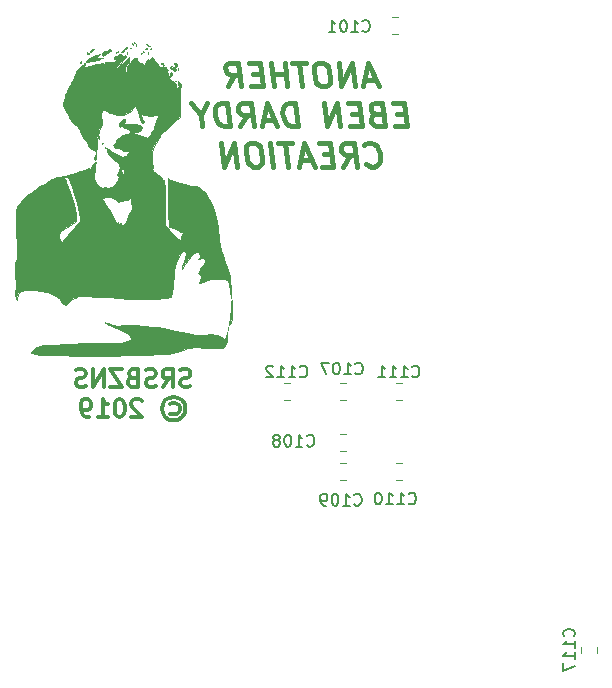
<source format=gbo>
G04 #@! TF.GenerationSoftware,KiCad,Pcbnew,(5.0.0)*
G04 #@! TF.CreationDate,2019-07-14T20:37:54+10:00*
G04 #@! TF.ProjectId,reflow-oven-rev-001,7265666C6F772D6F76656E2D7265762D,A*
G04 #@! TF.SameCoordinates,Original*
G04 #@! TF.FileFunction,Legend,Bot*
G04 #@! TF.FilePolarity,Positive*
%FSLAX46Y46*%
G04 Gerber Fmt 4.6, Leading zero omitted, Abs format (unit mm)*
G04 Created by KiCad (PCBNEW (5.0.0)) date 07/14/19 20:37:54*
%MOMM*%
%LPD*%
G01*
G04 APERTURE LIST*
%ADD10C,0.300000*%
%ADD11C,0.400000*%
%ADD12C,0.120000*%
%ADD13C,0.010000*%
%ADD14C,0.150000*%
G04 APERTURE END LIST*
D10*
X67957142Y-77332142D02*
X67742857Y-77403571D01*
X67385714Y-77403571D01*
X67242857Y-77332142D01*
X67171428Y-77260714D01*
X67100000Y-77117857D01*
X67100000Y-76975000D01*
X67171428Y-76832142D01*
X67242857Y-76760714D01*
X67385714Y-76689285D01*
X67671428Y-76617857D01*
X67814285Y-76546428D01*
X67885714Y-76475000D01*
X67957142Y-76332142D01*
X67957142Y-76189285D01*
X67885714Y-76046428D01*
X67814285Y-75975000D01*
X67671428Y-75903571D01*
X67314285Y-75903571D01*
X67100000Y-75975000D01*
X65600000Y-77403571D02*
X66100000Y-76689285D01*
X66457142Y-77403571D02*
X66457142Y-75903571D01*
X65885714Y-75903571D01*
X65742857Y-75975000D01*
X65671428Y-76046428D01*
X65600000Y-76189285D01*
X65600000Y-76403571D01*
X65671428Y-76546428D01*
X65742857Y-76617857D01*
X65885714Y-76689285D01*
X66457142Y-76689285D01*
X65028571Y-77332142D02*
X64814285Y-77403571D01*
X64457142Y-77403571D01*
X64314285Y-77332142D01*
X64242857Y-77260714D01*
X64171428Y-77117857D01*
X64171428Y-76975000D01*
X64242857Y-76832142D01*
X64314285Y-76760714D01*
X64457142Y-76689285D01*
X64742857Y-76617857D01*
X64885714Y-76546428D01*
X64957142Y-76475000D01*
X65028571Y-76332142D01*
X65028571Y-76189285D01*
X64957142Y-76046428D01*
X64885714Y-75975000D01*
X64742857Y-75903571D01*
X64385714Y-75903571D01*
X64171428Y-75975000D01*
X63028571Y-76617857D02*
X62814285Y-76689285D01*
X62742857Y-76760714D01*
X62671428Y-76903571D01*
X62671428Y-77117857D01*
X62742857Y-77260714D01*
X62814285Y-77332142D01*
X62957142Y-77403571D01*
X63528571Y-77403571D01*
X63528571Y-75903571D01*
X63028571Y-75903571D01*
X62885714Y-75975000D01*
X62814285Y-76046428D01*
X62742857Y-76189285D01*
X62742857Y-76332142D01*
X62814285Y-76475000D01*
X62885714Y-76546428D01*
X63028571Y-76617857D01*
X63528571Y-76617857D01*
X62171428Y-75903571D02*
X61171428Y-75903571D01*
X62171428Y-77403571D01*
X61171428Y-77403571D01*
X60600000Y-77403571D02*
X60600000Y-75903571D01*
X59742857Y-77403571D01*
X59742857Y-75903571D01*
X59100000Y-77332142D02*
X58885714Y-77403571D01*
X58528571Y-77403571D01*
X58385714Y-77332142D01*
X58314285Y-77260714D01*
X58242857Y-77117857D01*
X58242857Y-76975000D01*
X58314285Y-76832142D01*
X58385714Y-76760714D01*
X58528571Y-76689285D01*
X58814285Y-76617857D01*
X58957142Y-76546428D01*
X59028571Y-76475000D01*
X59100000Y-76332142D01*
X59100000Y-76189285D01*
X59028571Y-76046428D01*
X58957142Y-75975000D01*
X58814285Y-75903571D01*
X58457142Y-75903571D01*
X58242857Y-75975000D01*
X66242857Y-78810714D02*
X66385714Y-78739285D01*
X66671428Y-78739285D01*
X66814285Y-78810714D01*
X66957142Y-78953571D01*
X67028571Y-79096428D01*
X67028571Y-79382142D01*
X66957142Y-79525000D01*
X66814285Y-79667857D01*
X66671428Y-79739285D01*
X66385714Y-79739285D01*
X66242857Y-79667857D01*
X66528571Y-78239285D02*
X66885714Y-78310714D01*
X67242857Y-78525000D01*
X67457142Y-78882142D01*
X67528571Y-79239285D01*
X67457142Y-79596428D01*
X67242857Y-79953571D01*
X66885714Y-80167857D01*
X66528571Y-80239285D01*
X66171428Y-80167857D01*
X65814285Y-79953571D01*
X65600000Y-79596428D01*
X65528571Y-79239285D01*
X65600000Y-78882142D01*
X65814285Y-78525000D01*
X66171428Y-78310714D01*
X66528571Y-78239285D01*
X63814285Y-78596428D02*
X63742857Y-78525000D01*
X63600000Y-78453571D01*
X63242857Y-78453571D01*
X63100000Y-78525000D01*
X63028571Y-78596428D01*
X62957142Y-78739285D01*
X62957142Y-78882142D01*
X63028571Y-79096428D01*
X63885714Y-79953571D01*
X62957142Y-79953571D01*
X62028571Y-78453571D02*
X61885714Y-78453571D01*
X61742857Y-78525000D01*
X61671428Y-78596428D01*
X61600000Y-78739285D01*
X61528571Y-79025000D01*
X61528571Y-79382142D01*
X61600000Y-79667857D01*
X61671428Y-79810714D01*
X61742857Y-79882142D01*
X61885714Y-79953571D01*
X62028571Y-79953571D01*
X62171428Y-79882142D01*
X62242857Y-79810714D01*
X62314285Y-79667857D01*
X62385714Y-79382142D01*
X62385714Y-79025000D01*
X62314285Y-78739285D01*
X62242857Y-78596428D01*
X62171428Y-78525000D01*
X62028571Y-78453571D01*
X60100000Y-79953571D02*
X60957142Y-79953571D01*
X60528571Y-79953571D02*
X60528571Y-78453571D01*
X60671428Y-78667857D01*
X60814285Y-78810714D01*
X60957142Y-78882142D01*
X59385714Y-79953571D02*
X59100000Y-79953571D01*
X58957142Y-79882142D01*
X58885714Y-79810714D01*
X58742857Y-79596428D01*
X58671428Y-79310714D01*
X58671428Y-78739285D01*
X58742857Y-78596428D01*
X58814285Y-78525000D01*
X58957142Y-78453571D01*
X59242857Y-78453571D01*
X59385714Y-78525000D01*
X59457142Y-78596428D01*
X59528571Y-78739285D01*
X59528571Y-79096428D01*
X59457142Y-79239285D01*
X59385714Y-79310714D01*
X59242857Y-79382142D01*
X58957142Y-79382142D01*
X58814285Y-79310714D01*
X58742857Y-79239285D01*
X58671428Y-79096428D01*
D11*
X83622380Y-51383333D02*
X82670000Y-51383333D01*
X83884285Y-51954761D02*
X82967619Y-49954761D01*
X82550952Y-51954761D01*
X81884285Y-51954761D02*
X81634285Y-49954761D01*
X80741428Y-51954761D01*
X80491428Y-49954761D01*
X79158095Y-49954761D02*
X78777142Y-49954761D01*
X78598571Y-50050000D01*
X78431904Y-50240476D01*
X78384285Y-50621428D01*
X78467619Y-51288095D01*
X78610476Y-51669047D01*
X78824761Y-51859523D01*
X79027142Y-51954761D01*
X79408095Y-51954761D01*
X79586666Y-51859523D01*
X79753333Y-51669047D01*
X79800952Y-51288095D01*
X79717619Y-50621428D01*
X79574761Y-50240476D01*
X79360476Y-50050000D01*
X79158095Y-49954761D01*
X77729523Y-49954761D02*
X76586666Y-49954761D01*
X77408095Y-51954761D02*
X77158095Y-49954761D01*
X76170000Y-51954761D02*
X75920000Y-49954761D01*
X76039047Y-50907142D02*
X74896190Y-50907142D01*
X75027142Y-51954761D02*
X74777142Y-49954761D01*
X73943809Y-50907142D02*
X73277142Y-50907142D01*
X73122380Y-51954761D02*
X74074761Y-51954761D01*
X73824761Y-49954761D01*
X72872380Y-49954761D01*
X71122380Y-51954761D02*
X71670000Y-51002380D01*
X72265238Y-51954761D02*
X72015238Y-49954761D01*
X71253333Y-49954761D01*
X71074761Y-50050000D01*
X70991428Y-50145238D01*
X70920000Y-50335714D01*
X70955714Y-50621428D01*
X71074761Y-50811904D01*
X71181904Y-50907142D01*
X71384285Y-51002380D01*
X72146190Y-51002380D01*
X86134285Y-54307142D02*
X85467619Y-54307142D01*
X85312857Y-55354761D02*
X86265238Y-55354761D01*
X86015238Y-53354761D01*
X85062857Y-53354761D01*
X83658095Y-54307142D02*
X83384285Y-54402380D01*
X83300952Y-54497619D01*
X83229523Y-54688095D01*
X83265238Y-54973809D01*
X83384285Y-55164285D01*
X83491428Y-55259523D01*
X83693809Y-55354761D01*
X84455714Y-55354761D01*
X84205714Y-53354761D01*
X83539047Y-53354761D01*
X83360476Y-53450000D01*
X83277142Y-53545238D01*
X83205714Y-53735714D01*
X83229523Y-53926190D01*
X83348571Y-54116666D01*
X83455714Y-54211904D01*
X83658095Y-54307142D01*
X84324761Y-54307142D01*
X82324761Y-54307142D02*
X81658095Y-54307142D01*
X81503333Y-55354761D02*
X82455714Y-55354761D01*
X82205714Y-53354761D01*
X81253333Y-53354761D01*
X80646190Y-55354761D02*
X80396190Y-53354761D01*
X79503333Y-55354761D01*
X79253333Y-53354761D01*
X77027142Y-55354761D02*
X76777142Y-53354761D01*
X76300952Y-53354761D01*
X76027142Y-53450000D01*
X75860476Y-53640476D01*
X75789047Y-53830952D01*
X75741428Y-54211904D01*
X75777142Y-54497619D01*
X75920000Y-54878571D01*
X76039047Y-55069047D01*
X76253333Y-55259523D01*
X76550952Y-55354761D01*
X77027142Y-55354761D01*
X75050952Y-54783333D02*
X74098571Y-54783333D01*
X75312857Y-55354761D02*
X74396190Y-53354761D01*
X73979523Y-55354761D01*
X72170000Y-55354761D02*
X72717619Y-54402380D01*
X73312857Y-55354761D02*
X73062857Y-53354761D01*
X72300952Y-53354761D01*
X72122380Y-53450000D01*
X72039047Y-53545238D01*
X71967619Y-53735714D01*
X72003333Y-54021428D01*
X72122380Y-54211904D01*
X72229523Y-54307142D01*
X72431904Y-54402380D01*
X73193809Y-54402380D01*
X71312857Y-55354761D02*
X71062857Y-53354761D01*
X70586666Y-53354761D01*
X70312857Y-53450000D01*
X70146190Y-53640476D01*
X70074761Y-53830952D01*
X70027142Y-54211904D01*
X70062857Y-54497619D01*
X70205714Y-54878571D01*
X70324761Y-55069047D01*
X70539047Y-55259523D01*
X70836666Y-55354761D01*
X71312857Y-55354761D01*
X68812857Y-54402380D02*
X68931904Y-55354761D01*
X69348571Y-53354761D02*
X68812857Y-54402380D01*
X68015238Y-53354761D01*
X82860476Y-58564285D02*
X82967619Y-58659523D01*
X83265238Y-58754761D01*
X83455714Y-58754761D01*
X83729523Y-58659523D01*
X83896190Y-58469047D01*
X83967619Y-58278571D01*
X84015238Y-57897619D01*
X83979523Y-57611904D01*
X83836666Y-57230952D01*
X83717619Y-57040476D01*
X83503333Y-56850000D01*
X83205714Y-56754761D01*
X83015238Y-56754761D01*
X82741428Y-56850000D01*
X82658095Y-56945238D01*
X80884285Y-58754761D02*
X81431904Y-57802380D01*
X82027142Y-58754761D02*
X81777142Y-56754761D01*
X81015238Y-56754761D01*
X80836666Y-56850000D01*
X80753333Y-56945238D01*
X80681904Y-57135714D01*
X80717619Y-57421428D01*
X80836666Y-57611904D01*
X80943809Y-57707142D01*
X81146190Y-57802380D01*
X81908095Y-57802380D01*
X79896190Y-57707142D02*
X79229523Y-57707142D01*
X79074761Y-58754761D02*
X80027142Y-58754761D01*
X79777142Y-56754761D01*
X78824761Y-56754761D01*
X78241428Y-58183333D02*
X77289047Y-58183333D01*
X78503333Y-58754761D02*
X77586666Y-56754761D01*
X77170000Y-58754761D01*
X76539047Y-56754761D02*
X75396190Y-56754761D01*
X76217619Y-58754761D02*
X75967619Y-56754761D01*
X74979523Y-58754761D02*
X74729523Y-56754761D01*
X73396190Y-56754761D02*
X73015238Y-56754761D01*
X72836666Y-56850000D01*
X72670000Y-57040476D01*
X72622380Y-57421428D01*
X72705714Y-58088095D01*
X72848571Y-58469047D01*
X73062857Y-58659523D01*
X73265238Y-58754761D01*
X73646190Y-58754761D01*
X73824761Y-58659523D01*
X73991428Y-58469047D01*
X74039047Y-58088095D01*
X73955714Y-57421428D01*
X73812857Y-57040476D01*
X73598571Y-56850000D01*
X73396190Y-56754761D01*
X71931904Y-58754761D02*
X71681904Y-56754761D01*
X70789047Y-58754761D01*
X70539047Y-56754761D01*
D12*
G04 #@! TO.C,C101*
X85561252Y-47510000D02*
X85038748Y-47510000D01*
X85561252Y-46090000D02*
X85038748Y-46090000D01*
G04 #@! TO.C,C107*
X80588748Y-77090000D02*
X81111252Y-77090000D01*
X80588748Y-78510000D02*
X81111252Y-78510000D01*
G04 #@! TO.C,C108*
X80588748Y-82810000D02*
X81111252Y-82810000D01*
X80588748Y-81390000D02*
X81111252Y-81390000D01*
G04 #@! TO.C,C109*
X80588748Y-83890000D02*
X81111252Y-83890000D01*
X80588748Y-85310000D02*
X81111252Y-85310000D01*
G04 #@! TO.C,C110*
X85861252Y-83890000D02*
X85338748Y-83890000D01*
X85861252Y-85310000D02*
X85338748Y-85310000D01*
G04 #@! TO.C,C111*
X85861252Y-77090000D02*
X85338748Y-77090000D01*
X85861252Y-78510000D02*
X85338748Y-78510000D01*
G04 #@! TO.C,C112*
X76361252Y-78510000D02*
X75838748Y-78510000D01*
X76361252Y-77090000D02*
X75838748Y-77090000D01*
G04 #@! TO.C,C117*
X100990000Y-99388748D02*
X100990000Y-99911252D01*
X102410000Y-99388748D02*
X102410000Y-99911252D01*
D13*
G04 #@! TO.C,G\002A\002A\002A*
G36*
X63154546Y-48253637D02*
X63193031Y-48292122D01*
X63231516Y-48253637D01*
X63193031Y-48215152D01*
X63154546Y-48253637D01*
X63154546Y-48253637D01*
G37*
X63154546Y-48253637D02*
X63193031Y-48292122D01*
X63231516Y-48253637D01*
X63193031Y-48215152D01*
X63154546Y-48253637D01*
G36*
X63024755Y-48341840D02*
X63039091Y-48369091D01*
X63111613Y-48442598D01*
X63125146Y-48446061D01*
X63130398Y-48396343D01*
X63116061Y-48369091D01*
X63043539Y-48295585D01*
X63030006Y-48292122D01*
X63024755Y-48341840D01*
X63024755Y-48341840D01*
G37*
X63024755Y-48341840D02*
X63039091Y-48369091D01*
X63111613Y-48442598D01*
X63125146Y-48446061D01*
X63130398Y-48396343D01*
X63116061Y-48369091D01*
X63043539Y-48295585D01*
X63030006Y-48292122D01*
X63024755Y-48341840D01*
G36*
X63334480Y-48349849D02*
X63324314Y-48507432D01*
X63334480Y-48542273D01*
X63362573Y-48551942D01*
X63373302Y-48446061D01*
X63361206Y-48336792D01*
X63334480Y-48349849D01*
X63334480Y-48349849D01*
G37*
X63334480Y-48349849D02*
X63324314Y-48507432D01*
X63334480Y-48542273D01*
X63362573Y-48551942D01*
X63373302Y-48446061D01*
X63361206Y-48336792D01*
X63334480Y-48349849D01*
G36*
X64232122Y-48402160D02*
X64291124Y-48463978D01*
X64386061Y-48523031D01*
X64505066Y-48572578D01*
X64540000Y-48566932D01*
X64480998Y-48505114D01*
X64386061Y-48446061D01*
X64267056Y-48396514D01*
X64232122Y-48402160D01*
X64232122Y-48402160D01*
G37*
X64232122Y-48402160D02*
X64291124Y-48463978D01*
X64386061Y-48523031D01*
X64505066Y-48572578D01*
X64540000Y-48566932D01*
X64480998Y-48505114D01*
X64386061Y-48446061D01*
X64267056Y-48396514D01*
X64232122Y-48402160D01*
G36*
X62846667Y-48715455D02*
X62885152Y-48753940D01*
X62923637Y-48715455D01*
X62885152Y-48676970D01*
X62846667Y-48715455D01*
X62846667Y-48715455D01*
G37*
X62846667Y-48715455D02*
X62885152Y-48753940D01*
X62923637Y-48715455D01*
X62885152Y-48676970D01*
X62846667Y-48715455D01*
G36*
X64149834Y-48718742D02*
X64081584Y-48793045D01*
X64159318Y-48829404D01*
X64198179Y-48830909D01*
X64277455Y-48793040D01*
X64269831Y-48752684D01*
X64177587Y-48708283D01*
X64149834Y-48718742D01*
X64149834Y-48718742D01*
G37*
X64149834Y-48718742D02*
X64081584Y-48793045D01*
X64159318Y-48829404D01*
X64198179Y-48830909D01*
X64277455Y-48793040D01*
X64269831Y-48752684D01*
X64177587Y-48708283D01*
X64149834Y-48718742D01*
G36*
X64540000Y-48792425D02*
X64578485Y-48830909D01*
X64616970Y-48792425D01*
X64578485Y-48753940D01*
X64540000Y-48792425D01*
X64540000Y-48792425D01*
G37*
X64540000Y-48792425D02*
X64578485Y-48830909D01*
X64616970Y-48792425D01*
X64578485Y-48753940D01*
X64540000Y-48792425D01*
G36*
X59681946Y-48801407D02*
X59550272Y-48903223D01*
X59465886Y-49006038D01*
X59460000Y-49028832D01*
X59490497Y-49058171D01*
X59596085Y-48994925D01*
X59701625Y-48910440D01*
X59800770Y-48806921D01*
X59799260Y-48757182D01*
X59792620Y-48756500D01*
X59681946Y-48801407D01*
X59681946Y-48801407D01*
G37*
X59681946Y-48801407D02*
X59550272Y-48903223D01*
X59465886Y-49006038D01*
X59460000Y-49028832D01*
X59490497Y-49058171D01*
X59596085Y-48994925D01*
X59701625Y-48910440D01*
X59800770Y-48806921D01*
X59799260Y-48757182D01*
X59792620Y-48756500D01*
X59681946Y-48801407D01*
G36*
X61769091Y-49023334D02*
X61807576Y-49061819D01*
X61846061Y-49023334D01*
X61807576Y-48984849D01*
X61769091Y-49023334D01*
X61769091Y-49023334D01*
G37*
X61769091Y-49023334D02*
X61807576Y-49061819D01*
X61846061Y-49023334D01*
X61807576Y-48984849D01*
X61769091Y-49023334D01*
G36*
X62499442Y-48659865D02*
X62358442Y-48754405D01*
X62223915Y-48876469D01*
X62129871Y-48989290D01*
X62110318Y-49056105D01*
X62127610Y-49061819D01*
X62222130Y-49010105D01*
X62370038Y-48880417D01*
X62428176Y-48820933D01*
X62549641Y-48680983D01*
X62559301Y-48636710D01*
X62499442Y-48659865D01*
X62499442Y-48659865D01*
G37*
X62499442Y-48659865D02*
X62358442Y-48754405D01*
X62223915Y-48876469D01*
X62129871Y-48989290D01*
X62110318Y-49056105D01*
X62127610Y-49061819D01*
X62222130Y-49010105D01*
X62370038Y-48880417D01*
X62428176Y-48820933D01*
X62549641Y-48680983D01*
X62559301Y-48636710D01*
X62499442Y-48659865D01*
G36*
X63924243Y-49023334D02*
X63962728Y-49061819D01*
X64001213Y-49023334D01*
X63962728Y-48984849D01*
X63924243Y-49023334D01*
X63924243Y-49023334D01*
G37*
X63924243Y-49023334D02*
X63962728Y-49061819D01*
X64001213Y-49023334D01*
X63962728Y-48984849D01*
X63924243Y-49023334D01*
G36*
X61615152Y-49100303D02*
X61653637Y-49138788D01*
X61692122Y-49100303D01*
X61653637Y-49061819D01*
X61615152Y-49100303D01*
X61615152Y-49100303D01*
G37*
X61615152Y-49100303D02*
X61653637Y-49138788D01*
X61692122Y-49100303D01*
X61653637Y-49061819D01*
X61615152Y-49100303D01*
G36*
X62564445Y-49087475D02*
X62555233Y-49178820D01*
X62564445Y-49190101D01*
X62610203Y-49179536D01*
X62615758Y-49138788D01*
X62587596Y-49075433D01*
X62564445Y-49087475D01*
X62564445Y-49087475D01*
G37*
X62564445Y-49087475D02*
X62555233Y-49178820D01*
X62564445Y-49190101D01*
X62610203Y-49179536D01*
X62615758Y-49138788D01*
X62587596Y-49075433D01*
X62564445Y-49087475D01*
G36*
X63770304Y-49177273D02*
X63808788Y-49215758D01*
X63847273Y-49177273D01*
X63808788Y-49138788D01*
X63770304Y-49177273D01*
X63770304Y-49177273D01*
G37*
X63770304Y-49177273D02*
X63808788Y-49215758D01*
X63847273Y-49177273D01*
X63808788Y-49138788D01*
X63770304Y-49177273D01*
G36*
X64334748Y-49087475D02*
X64325536Y-49178820D01*
X64334748Y-49190101D01*
X64380506Y-49179536D01*
X64386061Y-49138788D01*
X64357899Y-49075433D01*
X64334748Y-49087475D01*
X64334748Y-49087475D01*
G37*
X64334748Y-49087475D02*
X64325536Y-49178820D01*
X64334748Y-49190101D01*
X64380506Y-49179536D01*
X64386061Y-49138788D01*
X64357899Y-49075433D01*
X64334748Y-49087475D01*
G36*
X59195328Y-49151868D02*
X59223655Y-49206962D01*
X59300448Y-49261643D01*
X59336180Y-49229294D01*
X59330265Y-49123677D01*
X59302196Y-49097914D01*
X59200629Y-49071434D01*
X59195328Y-49151868D01*
X59195328Y-49151868D01*
G37*
X59195328Y-49151868D02*
X59223655Y-49206962D01*
X59300448Y-49261643D01*
X59336180Y-49229294D01*
X59330265Y-49123677D01*
X59302196Y-49097914D01*
X59200629Y-49071434D01*
X59195328Y-49151868D01*
G36*
X60988347Y-48877819D02*
X60960910Y-48907879D01*
X60854544Y-48968005D01*
X60730000Y-48984849D01*
X60542125Y-49026285D01*
X60484076Y-49148996D01*
X60507077Y-49247297D01*
X60572271Y-49350942D01*
X60664850Y-49340951D01*
X60812815Y-49211530D01*
X60845455Y-49177273D01*
X60933955Y-49100303D01*
X60691516Y-49100303D01*
X60653031Y-49138788D01*
X60614546Y-49100303D01*
X60653031Y-49061819D01*
X60691516Y-49100303D01*
X60933955Y-49100303D01*
X60996449Y-49045951D01*
X61120629Y-48985325D01*
X61128266Y-48984849D01*
X61221769Y-48938608D01*
X61230304Y-48907879D01*
X61168290Y-48838843D01*
X61119392Y-48830909D01*
X60988347Y-48877819D01*
X60988347Y-48877819D01*
G37*
X60988347Y-48877819D02*
X60960910Y-48907879D01*
X60854544Y-48968005D01*
X60730000Y-48984849D01*
X60542125Y-49026285D01*
X60484076Y-49148996D01*
X60507077Y-49247297D01*
X60572271Y-49350942D01*
X60664850Y-49340951D01*
X60812815Y-49211530D01*
X60845455Y-49177273D01*
X60933955Y-49100303D01*
X60691516Y-49100303D01*
X60653031Y-49138788D01*
X60614546Y-49100303D01*
X60653031Y-49061819D01*
X60691516Y-49100303D01*
X60933955Y-49100303D01*
X60996449Y-49045951D01*
X61120629Y-48985325D01*
X61128266Y-48984849D01*
X61221769Y-48938608D01*
X61230304Y-48907879D01*
X61168290Y-48838843D01*
X61119392Y-48830909D01*
X60988347Y-48877819D01*
G36*
X60409293Y-49549293D02*
X60419859Y-49595052D01*
X60460607Y-49600606D01*
X60523961Y-49572444D01*
X60511920Y-49549293D01*
X60420575Y-49540082D01*
X60409293Y-49549293D01*
X60409293Y-49549293D01*
G37*
X60409293Y-49549293D02*
X60419859Y-49595052D01*
X60460607Y-49600606D01*
X60523961Y-49572444D01*
X60511920Y-49549293D01*
X60420575Y-49540082D01*
X60409293Y-49549293D01*
G36*
X60157193Y-49273266D02*
X59949099Y-49344347D01*
X59751091Y-49407329D01*
X59429764Y-49536688D01*
X59222757Y-49685694D01*
X59191287Y-49725825D01*
X59119051Y-49857897D01*
X59143367Y-49905580D01*
X59176004Y-49908485D01*
X59303788Y-49878441D01*
X59326669Y-49862221D01*
X59426881Y-49824256D01*
X59616422Y-49788755D01*
X59666618Y-49782439D01*
X60002822Y-49736118D01*
X60200144Y-49687809D01*
X60273622Y-49632893D01*
X60266613Y-49598067D01*
X60165377Y-49556047D01*
X60013314Y-49563609D01*
X59885105Y-49584507D01*
X59897810Y-49564726D01*
X59962976Y-49534017D01*
X60142647Y-49414500D01*
X60232370Y-49325047D01*
X60290659Y-49235783D01*
X60268182Y-49228850D01*
X60157193Y-49273266D01*
X60157193Y-49273266D01*
G37*
X60157193Y-49273266D02*
X59949099Y-49344347D01*
X59751091Y-49407329D01*
X59429764Y-49536688D01*
X59222757Y-49685694D01*
X59191287Y-49725825D01*
X59119051Y-49857897D01*
X59143367Y-49905580D01*
X59176004Y-49908485D01*
X59303788Y-49878441D01*
X59326669Y-49862221D01*
X59426881Y-49824256D01*
X59616422Y-49788755D01*
X59666618Y-49782439D01*
X60002822Y-49736118D01*
X60200144Y-49687809D01*
X60273622Y-49632893D01*
X60266613Y-49598067D01*
X60165377Y-49556047D01*
X60013314Y-49563609D01*
X59885105Y-49584507D01*
X59897810Y-49564726D01*
X59962976Y-49534017D01*
X60142647Y-49414500D01*
X60232370Y-49325047D01*
X60290659Y-49235783D01*
X60268182Y-49228850D01*
X60157193Y-49273266D01*
G36*
X58638990Y-49857172D02*
X58629779Y-49948517D01*
X58638990Y-49959798D01*
X58684749Y-49949233D01*
X58690304Y-49908485D01*
X58662142Y-49845130D01*
X58638990Y-49857172D01*
X58638990Y-49857172D01*
G37*
X58638990Y-49857172D02*
X58629779Y-49948517D01*
X58638990Y-49959798D01*
X58684749Y-49949233D01*
X58690304Y-49908485D01*
X58662142Y-49845130D01*
X58638990Y-49857172D01*
G36*
X58946869Y-50011111D02*
X58957435Y-50056870D01*
X58998182Y-50062425D01*
X59061537Y-50034263D01*
X59049495Y-50011111D01*
X58958150Y-50001900D01*
X58946869Y-50011111D01*
X58946869Y-50011111D01*
G37*
X58946869Y-50011111D02*
X58957435Y-50056870D01*
X58998182Y-50062425D01*
X59061537Y-50034263D01*
X59049495Y-50011111D01*
X58958150Y-50001900D01*
X58946869Y-50011111D01*
G36*
X65489293Y-50011111D02*
X65499859Y-50056870D01*
X65540607Y-50062425D01*
X65603961Y-50034263D01*
X65591920Y-50011111D01*
X65500575Y-50001900D01*
X65489293Y-50011111D01*
X65489293Y-50011111D01*
G37*
X65489293Y-50011111D02*
X65499859Y-50056870D01*
X65540607Y-50062425D01*
X65603961Y-50034263D01*
X65591920Y-50011111D01*
X65500575Y-50001900D01*
X65489293Y-50011111D01*
G36*
X65617576Y-50177879D02*
X65656061Y-50216364D01*
X65694546Y-50177879D01*
X65656061Y-50139394D01*
X65617576Y-50177879D01*
X65617576Y-50177879D01*
G37*
X65617576Y-50177879D02*
X65656061Y-50216364D01*
X65694546Y-50177879D01*
X65656061Y-50139394D01*
X65617576Y-50177879D01*
G36*
X66873482Y-50432841D02*
X66864306Y-50553136D01*
X66879559Y-50580367D01*
X66914542Y-50557411D01*
X66919985Y-50479344D01*
X66901187Y-50397215D01*
X66873482Y-50432841D01*
X66873482Y-50432841D01*
G37*
X66873482Y-50432841D02*
X66864306Y-50553136D01*
X66879559Y-50580367D01*
X66914542Y-50557411D01*
X66919985Y-50479344D01*
X66901187Y-50397215D01*
X66873482Y-50432841D01*
G36*
X66572167Y-50002842D02*
X66600145Y-50078376D01*
X66620179Y-50103315D01*
X66672964Y-50210752D01*
X66601695Y-50308337D01*
X66571876Y-50331776D01*
X66407039Y-50431140D01*
X66330216Y-50418887D01*
X66345114Y-50312576D01*
X66367831Y-50224636D01*
X66309419Y-50264335D01*
X66298614Y-50274946D01*
X66248115Y-50368620D01*
X66314458Y-50476159D01*
X66351782Y-50512390D01*
X66516881Y-50606964D01*
X66648597Y-50619194D01*
X66741679Y-50579032D01*
X66692031Y-50522314D01*
X66629404Y-50451055D01*
X66683101Y-50346636D01*
X66696728Y-50329920D01*
X66805279Y-50149337D01*
X66795482Y-50027278D01*
X66678917Y-49985455D01*
X66572167Y-50002842D01*
X66572167Y-50002842D01*
G37*
X66572167Y-50002842D02*
X66600145Y-50078376D01*
X66620179Y-50103315D01*
X66672964Y-50210752D01*
X66601695Y-50308337D01*
X66571876Y-50331776D01*
X66407039Y-50431140D01*
X66330216Y-50418887D01*
X66345114Y-50312576D01*
X66367831Y-50224636D01*
X66309419Y-50264335D01*
X66298614Y-50274946D01*
X66248115Y-50368620D01*
X66314458Y-50476159D01*
X66351782Y-50512390D01*
X66516881Y-50606964D01*
X66648597Y-50619194D01*
X66741679Y-50579032D01*
X66692031Y-50522314D01*
X66629404Y-50451055D01*
X66683101Y-50346636D01*
X66696728Y-50329920D01*
X66805279Y-50149337D01*
X66795482Y-50027278D01*
X66678917Y-49985455D01*
X66572167Y-50002842D01*
G36*
X66257779Y-50819078D02*
X66198828Y-50961906D01*
X66165920Y-51110206D01*
X66176992Y-51186285D01*
X66246154Y-51165560D01*
X66296192Y-51123324D01*
X66366793Y-50997148D01*
X66384629Y-50854613D01*
X66345608Y-50762854D01*
X66318648Y-50755152D01*
X66257779Y-50819078D01*
X66257779Y-50819078D01*
G37*
X66257779Y-50819078D02*
X66198828Y-50961906D01*
X66165920Y-51110206D01*
X66176992Y-51186285D01*
X66246154Y-51165560D01*
X66296192Y-51123324D01*
X66366793Y-50997148D01*
X66384629Y-50854613D01*
X66345608Y-50762854D01*
X66318648Y-50755152D01*
X66257779Y-50819078D01*
G36*
X66643839Y-51473536D02*
X66654404Y-51519294D01*
X66695152Y-51524849D01*
X66758507Y-51496687D01*
X66746465Y-51473536D01*
X66655120Y-51464324D01*
X66643839Y-51473536D01*
X66643839Y-51473536D01*
G37*
X66643839Y-51473536D02*
X66654404Y-51519294D01*
X66695152Y-51524849D01*
X66758507Y-51496687D01*
X66746465Y-51473536D01*
X66655120Y-51464324D01*
X66643839Y-51473536D01*
G36*
X60178722Y-56200758D02*
X60168556Y-56358342D01*
X60178722Y-56393182D01*
X60206815Y-56402851D01*
X60217544Y-56296970D01*
X60205448Y-56187702D01*
X60178722Y-56200758D01*
X60178722Y-56200758D01*
G37*
X60178722Y-56200758D02*
X60168556Y-56358342D01*
X60178722Y-56393182D01*
X60206815Y-56402851D01*
X60217544Y-56296970D01*
X60205448Y-56187702D01*
X60178722Y-56200758D01*
G36*
X60460607Y-56797273D02*
X60499091Y-56835758D01*
X60537576Y-56797273D01*
X60499091Y-56758788D01*
X60460607Y-56797273D01*
X60460607Y-56797273D01*
G37*
X60460607Y-56797273D02*
X60499091Y-56835758D01*
X60537576Y-56797273D01*
X60499091Y-56758788D01*
X60460607Y-56797273D01*
G36*
X60717172Y-57092324D02*
X60707960Y-57183669D01*
X60717172Y-57194950D01*
X60762931Y-57184384D01*
X60768485Y-57143637D01*
X60740323Y-57080282D01*
X60717172Y-57092324D01*
X60717172Y-57092324D01*
G37*
X60717172Y-57092324D02*
X60707960Y-57183669D01*
X60717172Y-57194950D01*
X60762931Y-57184384D01*
X60768485Y-57143637D01*
X60740323Y-57080282D01*
X60717172Y-57092324D01*
G36*
X59867527Y-57815295D02*
X59823062Y-57981612D01*
X59823230Y-58132864D01*
X59855171Y-58189107D01*
X59915756Y-58169193D01*
X59922870Y-58129543D01*
X59942752Y-57979058D01*
X59973479Y-57843571D01*
X59988321Y-57714623D01*
X59943134Y-57707736D01*
X59867527Y-57815295D01*
X59867527Y-57815295D01*
G37*
X59867527Y-57815295D02*
X59823062Y-57981612D01*
X59823230Y-58132864D01*
X59855171Y-58189107D01*
X59915756Y-58169193D01*
X59922870Y-58129543D01*
X59942752Y-57979058D01*
X59973479Y-57843571D01*
X59988321Y-57714623D01*
X59943134Y-57707736D01*
X59867527Y-57815295D01*
G36*
X61854549Y-49271801D02*
X61819469Y-49311970D01*
X61794034Y-49364792D01*
X61754392Y-49370876D01*
X61602813Y-49410964D01*
X61541243Y-49443147D01*
X61473250Y-49512675D01*
X61513994Y-49605423D01*
X61563214Y-49662710D01*
X61644567Y-49766524D01*
X61617099Y-49819096D01*
X61459627Y-49858771D01*
X61454320Y-49859833D01*
X61198738Y-49894713D01*
X60932046Y-49909664D01*
X60760806Y-49919374D01*
X60724945Y-49952504D01*
X60768485Y-49992859D01*
X60819287Y-50043873D01*
X60741308Y-50042539D01*
X60670694Y-50028302D01*
X60462015Y-50019072D01*
X60316879Y-50056959D01*
X60160550Y-50089729D01*
X60104308Y-50060187D01*
X59985857Y-50043358D01*
X59773413Y-50111868D01*
X59726911Y-50133100D01*
X59440592Y-50239085D01*
X59133493Y-50311390D01*
X59088645Y-50317606D01*
X58891390Y-50336600D01*
X58824673Y-50324427D01*
X58866924Y-50273592D01*
X58896221Y-50250744D01*
X58990865Y-50169993D01*
X58954655Y-50144614D01*
X58877999Y-50141842D01*
X58686467Y-50203908D01*
X58488975Y-50363969D01*
X58330599Y-50574784D01*
X58256413Y-50789114D01*
X58256060Y-50793637D01*
X58213662Y-51003993D01*
X58128547Y-51241184D01*
X58026281Y-51444225D01*
X57939849Y-51547916D01*
X57851694Y-51667499D01*
X57843637Y-51714684D01*
X57799858Y-51827514D01*
X57772440Y-51845556D01*
X57693536Y-51934345D01*
X57676228Y-51984834D01*
X57603489Y-52139255D01*
X57554293Y-52202706D01*
X57492885Y-52323305D01*
X57501108Y-52377721D01*
X57490933Y-52444163D01*
X57466819Y-52448485D01*
X57405878Y-52516270D01*
X57352362Y-52684414D01*
X57342616Y-52737122D01*
X57292785Y-52965260D01*
X57231593Y-53143735D01*
X57223674Y-53159411D01*
X57147801Y-53450615D01*
X57209113Y-53762402D01*
X57385004Y-54041752D01*
X57540579Y-54256530D01*
X57646763Y-54471500D01*
X57663510Y-54530426D01*
X57749407Y-54712502D01*
X57930990Y-54947478D01*
X58116707Y-55139094D01*
X58327247Y-55354635D01*
X58492490Y-55554060D01*
X58577945Y-55695570D01*
X58579290Y-55699672D01*
X58730854Y-56061421D01*
X58944939Y-56417632D01*
X59108423Y-56620732D01*
X59240462Y-56800566D01*
X59304834Y-56968073D01*
X59306061Y-56986961D01*
X59362017Y-57121267D01*
X59544391Y-57238458D01*
X59613940Y-57268072D01*
X59811024Y-57373734D01*
X59921320Y-57486242D01*
X59930670Y-57517600D01*
X59945800Y-57582223D01*
X59969367Y-57523331D01*
X59997298Y-57370839D01*
X60025521Y-57154662D01*
X60049962Y-56904715D01*
X60066547Y-56650914D01*
X60071322Y-56484609D01*
X60101481Y-56116546D01*
X60177439Y-55767302D01*
X60286326Y-55478322D01*
X60415268Y-55291049D01*
X60450369Y-55264206D01*
X60473227Y-55173909D01*
X60465940Y-54990140D01*
X60435819Y-54768742D01*
X60390173Y-54565557D01*
X60343370Y-54446815D01*
X60345586Y-54344896D01*
X60402064Y-54187846D01*
X60484767Y-54032417D01*
X60565657Y-53935361D01*
X60599819Y-53927713D01*
X60744683Y-53995268D01*
X60959105Y-54090654D01*
X61170755Y-54181991D01*
X61268788Y-54222574D01*
X61510732Y-54296661D01*
X61829490Y-54364897D01*
X62038485Y-54397463D01*
X62316060Y-54369195D01*
X62616391Y-54241925D01*
X62884217Y-54048472D01*
X63064281Y-53821656D01*
X63084504Y-53776212D01*
X63173211Y-53642276D01*
X63252633Y-53603031D01*
X63344334Y-53672799D01*
X63441661Y-53856277D01*
X63528872Y-54114728D01*
X63590220Y-54409414D01*
X63595149Y-54445787D01*
X63654366Y-54693221D01*
X63752436Y-54907306D01*
X63864745Y-55041937D01*
X63926017Y-55065455D01*
X63994292Y-55011845D01*
X63983660Y-54892611D01*
X63900705Y-54770151D01*
X63894282Y-54764650D01*
X63814305Y-54652568D01*
X63755708Y-54497554D01*
X63734363Y-54358893D01*
X63766142Y-54295867D01*
X63768744Y-54295758D01*
X63868198Y-54316309D01*
X64061913Y-54368729D01*
X64193652Y-54407366D01*
X64505113Y-54473066D01*
X64699701Y-54446606D01*
X64701128Y-54445851D01*
X64885966Y-54388057D01*
X65035243Y-54372728D01*
X65164438Y-54389104D01*
X65217237Y-54467942D01*
X65222515Y-54653810D01*
X65222246Y-54661364D01*
X65211516Y-54823149D01*
X65194148Y-54838363D01*
X65174494Y-54757576D01*
X65147204Y-54667364D01*
X65112543Y-54690279D01*
X65058960Y-54841403D01*
X65027098Y-54950000D01*
X64959895Y-55194654D01*
X64911068Y-55390278D01*
X64897793Y-55454808D01*
X64844819Y-55581060D01*
X64732071Y-55768421D01*
X64589644Y-55974710D01*
X64447637Y-56157747D01*
X64336147Y-56275353D01*
X64296869Y-56296970D01*
X64195087Y-56271466D01*
X63999206Y-56205726D01*
X63828856Y-56143069D01*
X63569595Y-56056346D01*
X63342983Y-56000512D01*
X63246216Y-55989130D01*
X63121131Y-55966593D01*
X63122105Y-55912573D01*
X63230215Y-55847328D01*
X63426536Y-55791114D01*
X63432198Y-55790039D01*
X63658591Y-55705724D01*
X63778603Y-55543929D01*
X63778722Y-55543615D01*
X63814161Y-55385802D01*
X63766122Y-55279433D01*
X63616013Y-55215050D01*
X63345239Y-55183191D01*
X63054188Y-55174973D01*
X62705630Y-55171122D01*
X62486391Y-55162697D01*
X62371873Y-55142494D01*
X62337479Y-55103308D01*
X62358609Y-55037934D01*
X62389271Y-54980222D01*
X62436762Y-54822044D01*
X62390506Y-54732446D01*
X62288476Y-54723101D01*
X62149108Y-54815203D01*
X62008356Y-54974826D01*
X61902174Y-55168045D01*
X61888866Y-55205782D01*
X61878730Y-55344852D01*
X61954552Y-55363651D01*
X62048001Y-55294545D01*
X62152229Y-55277104D01*
X62267749Y-55371515D01*
X62417403Y-55488793D01*
X62535324Y-55527273D01*
X62710091Y-55587360D01*
X62828719Y-55728185D01*
X62846667Y-55810595D01*
X62780455Y-55896512D01*
X62635000Y-55955396D01*
X62196421Y-56091552D01*
X61865758Y-56291507D01*
X61805714Y-56343922D01*
X61688909Y-56463874D01*
X61653440Y-56525638D01*
X61659096Y-56527879D01*
X61663612Y-56574708D01*
X61625244Y-56631173D01*
X61575551Y-56742546D01*
X61588351Y-56783301D01*
X61571456Y-56845778D01*
X61507391Y-56881941D01*
X61421128Y-56929458D01*
X61443025Y-57000160D01*
X61508304Y-57076177D01*
X61683699Y-57186830D01*
X61848566Y-57220606D01*
X62040356Y-57260735D01*
X62153940Y-57336061D01*
X62293105Y-57415997D01*
X62498845Y-57451416D01*
X62509728Y-57451516D01*
X62684009Y-57471497D01*
X62768266Y-57520410D01*
X62769697Y-57528485D01*
X62711125Y-57603218D01*
X62692728Y-57605455D01*
X62623074Y-57667184D01*
X62615758Y-57712675D01*
X62549486Y-57818976D01*
X62390178Y-57891648D01*
X62197094Y-57919486D01*
X62029495Y-57891288D01*
X61961516Y-57836364D01*
X61850137Y-57765512D01*
X61803212Y-57759394D01*
X61684446Y-57716847D01*
X61490904Y-57606680D01*
X61317501Y-57490000D01*
X61110252Y-57346652D01*
X60954218Y-57248941D01*
X60892523Y-57220606D01*
X60864895Y-57280437D01*
X60896051Y-57429434D01*
X60970632Y-57621859D01*
X61073280Y-57811970D01*
X61108270Y-57863109D01*
X61284133Y-58050713D01*
X61478223Y-58191052D01*
X61784688Y-58399153D01*
X61943949Y-58632412D01*
X61961853Y-58899494D01*
X61960713Y-58905758D01*
X61894594Y-59119634D01*
X61802003Y-59276765D01*
X61798363Y-59280512D01*
X61724266Y-59385421D01*
X61769443Y-59486930D01*
X61797789Y-59519603D01*
X61867201Y-59632666D01*
X61853552Y-59769618D01*
X61810390Y-59882855D01*
X61662445Y-60139910D01*
X61467201Y-60356269D01*
X61254195Y-60512867D01*
X61052968Y-60590637D01*
X60893059Y-60570514D01*
X60834567Y-60512687D01*
X60756281Y-60465810D01*
X60669269Y-60516827D01*
X60510656Y-60557252D01*
X60309053Y-60477269D01*
X60092739Y-60292921D01*
X59944530Y-60105708D01*
X59857931Y-59960985D01*
X59804606Y-59811608D01*
X59783387Y-59627273D01*
X59785687Y-59568182D01*
X57689697Y-59568182D01*
X57651213Y-59606667D01*
X57612728Y-59568182D01*
X57651213Y-59529697D01*
X57689697Y-59568182D01*
X59785687Y-59568182D01*
X59793106Y-59377676D01*
X59832595Y-59032514D01*
X59888217Y-58644546D01*
X59934220Y-58336667D01*
X59738363Y-58567576D01*
X59611024Y-58742158D01*
X59543058Y-58882813D01*
X59539738Y-58904122D01*
X59510846Y-58968648D01*
X59432914Y-58923399D01*
X59327680Y-58887707D01*
X59162464Y-58931164D01*
X58990338Y-59013162D01*
X58707403Y-59136795D01*
X58376509Y-59249201D01*
X58228485Y-59288767D01*
X57898880Y-59372748D01*
X57553500Y-59470408D01*
X57420304Y-59511409D01*
X57161576Y-59580538D01*
X56935022Y-59618260D01*
X56852331Y-59620656D01*
X56688689Y-59650442D01*
X56453563Y-59741883D01*
X56257109Y-59842525D01*
X55952794Y-60012268D01*
X55603579Y-60200815D01*
X55379392Y-60318442D01*
X55075145Y-60496283D01*
X54773315Y-60706029D01*
X54595584Y-60852331D01*
X54417255Y-61006066D01*
X54287055Y-61098103D01*
X54242228Y-61110915D01*
X54157878Y-61123326D01*
X54012212Y-61221559D01*
X53841910Y-61372717D01*
X53683654Y-61543905D01*
X53574125Y-61702226D01*
X53567142Y-61716344D01*
X53446659Y-61947408D01*
X53302108Y-62193704D01*
X53287544Y-62216731D01*
X53237226Y-62298755D01*
X53198963Y-62380689D01*
X53172070Y-62482081D01*
X53155863Y-62622477D01*
X53149654Y-62821425D01*
X53152760Y-63098472D01*
X53164494Y-63473165D01*
X53184171Y-63965051D01*
X53207291Y-64505248D01*
X53233228Y-65132114D01*
X53250468Y-65623939D01*
X53258816Y-65999384D01*
X53258072Y-66277113D01*
X53248040Y-66475787D01*
X53228521Y-66614071D01*
X53199317Y-66710626D01*
X53183571Y-66744275D01*
X53132310Y-66915913D01*
X53095662Y-67177984D01*
X53074886Y-67485638D01*
X53071241Y-67794023D01*
X53085987Y-68058288D01*
X53120384Y-68233580D01*
X53140730Y-68269606D01*
X53167088Y-68378675D01*
X53172578Y-68604700D01*
X53156771Y-68912060D01*
X53149484Y-68996970D01*
X53123969Y-69385933D01*
X53133184Y-69660325D01*
X53178743Y-69855908D01*
X53189445Y-69882122D01*
X53258113Y-70031821D01*
X53287013Y-70047173D01*
X53296622Y-69935492D01*
X53297197Y-69920606D01*
X53339595Y-69610611D01*
X53452711Y-69406209D01*
X53648809Y-69271513D01*
X53950201Y-69187924D01*
X54355235Y-69158898D01*
X54825340Y-69180055D01*
X55321950Y-69247019D01*
X55806496Y-69355409D01*
X56240409Y-69500850D01*
X56428113Y-69587016D01*
X56665539Y-69752016D01*
X56869466Y-69962073D01*
X56899425Y-70004271D01*
X57086341Y-70274648D01*
X57227168Y-70420306D01*
X57351221Y-70450733D01*
X57487819Y-70375416D01*
X57630342Y-70240804D01*
X57829605Y-70075433D01*
X58088352Y-69907215D01*
X58199686Y-69847043D01*
X58333766Y-69782208D01*
X58453511Y-69736931D01*
X58586201Y-69709801D01*
X58759111Y-69699409D01*
X58999520Y-69704346D01*
X59334704Y-69723201D01*
X59791942Y-69754566D01*
X59875405Y-69760450D01*
X60960600Y-69833870D01*
X61908832Y-69890828D01*
X62736161Y-69931631D01*
X63458647Y-69956584D01*
X64092350Y-69965994D01*
X64653332Y-69960165D01*
X65157651Y-69939404D01*
X65621369Y-69904017D01*
X65893866Y-69875062D01*
X66285611Y-69828984D01*
X66407224Y-69278280D01*
X66471190Y-68905993D01*
X66518090Y-68478001D01*
X66536705Y-68121145D01*
X66591979Y-67466890D01*
X66750565Y-66860130D01*
X66987512Y-66315485D01*
X67121162Y-66059740D01*
X67214208Y-65917727D01*
X67292207Y-65864184D01*
X67380720Y-65873849D01*
X67420083Y-65887937D01*
X67553789Y-66012075D01*
X67591874Y-66218813D01*
X67530392Y-66467088D01*
X67484321Y-66556707D01*
X67367059Y-66814156D01*
X67285415Y-67095262D01*
X67281707Y-67115619D01*
X67229805Y-67419091D01*
X67501090Y-66999604D01*
X67751677Y-66646036D01*
X68014351Y-66332721D01*
X68258230Y-66094083D01*
X68412648Y-65983493D01*
X68574926Y-65958241D01*
X68700040Y-66044535D01*
X68768093Y-66200954D01*
X68759187Y-66386074D01*
X68677122Y-66534076D01*
X68621617Y-66602632D01*
X68673916Y-66571468D01*
X68711913Y-66543111D01*
X68869219Y-66488003D01*
X69038396Y-66508353D01*
X69152390Y-66590580D01*
X69167302Y-66635339D01*
X69160169Y-66831738D01*
X69110562Y-66976327D01*
X69092545Y-66995758D01*
X69003605Y-67096591D01*
X68879929Y-67272198D01*
X68753421Y-67472259D01*
X68655981Y-67646451D01*
X68619394Y-67742115D01*
X68681004Y-67839858D01*
X68734849Y-67870259D01*
X68827894Y-67977722D01*
X68842344Y-68160425D01*
X68777946Y-68361095D01*
X68737297Y-68424229D01*
X68643496Y-68566774D01*
X68649841Y-68625589D01*
X68767460Y-68603387D01*
X69007482Y-68502878D01*
X69025791Y-68494520D01*
X69380409Y-68367077D01*
X69774211Y-68281828D01*
X70174184Y-68239374D01*
X70547316Y-68240312D01*
X70860594Y-68285241D01*
X71081003Y-68374760D01*
X71158150Y-68455857D01*
X71202113Y-68597833D01*
X71249967Y-68846145D01*
X71293039Y-69153701D01*
X71302797Y-69241484D01*
X71369849Y-69882122D01*
X71376696Y-69343334D01*
X71370171Y-68961399D01*
X71346175Y-68537531D01*
X71320462Y-68261050D01*
X71284027Y-67994708D01*
X71234821Y-67763548D01*
X71159275Y-67525761D01*
X71043821Y-67239535D01*
X70874889Y-66863063D01*
X70847379Y-66803334D01*
X70768759Y-66582358D01*
X70677774Y-66248147D01*
X70582381Y-65840059D01*
X70490538Y-65397451D01*
X70410202Y-64959680D01*
X70349330Y-64566104D01*
X70315880Y-64256079D01*
X70311895Y-64154828D01*
X70286690Y-63858733D01*
X70224272Y-63531190D01*
X70192985Y-63416667D01*
X70111801Y-63142213D01*
X70013108Y-62794740D01*
X69919651Y-62454546D01*
X69827533Y-62147731D01*
X69729413Y-61876978D01*
X69645072Y-61696319D01*
X69637869Y-61684849D01*
X69525929Y-61498027D01*
X69391167Y-61251254D01*
X69337023Y-61146061D01*
X69184426Y-60923637D01*
X68971190Y-60710786D01*
X68735029Y-60535209D01*
X68513657Y-60424607D01*
X68344787Y-60406680D01*
X68334888Y-60409997D01*
X68208257Y-60409596D01*
X67987142Y-60366695D01*
X67748629Y-60299476D01*
X67411476Y-60200893D01*
X67054532Y-60110982D01*
X66853600Y-60068316D01*
X66581941Y-60002419D01*
X66348228Y-59920228D01*
X66257084Y-59873485D01*
X66079394Y-59757058D01*
X66079394Y-61798529D01*
X66081610Y-62471155D01*
X66088511Y-62998842D01*
X66100475Y-63390529D01*
X66117882Y-63655155D01*
X66141111Y-63801661D01*
X66165982Y-63840000D01*
X66279965Y-63870325D01*
X66485910Y-63947970D01*
X66737337Y-64052937D01*
X66987767Y-64165230D01*
X67190719Y-64264853D01*
X67289521Y-64323371D01*
X67339736Y-64406143D01*
X67270279Y-64507384D01*
X67179933Y-64672175D01*
X67156970Y-64807619D01*
X67129750Y-64952290D01*
X67043972Y-64979319D01*
X66893456Y-64885287D01*
X66672022Y-64666773D01*
X66456293Y-64419856D01*
X66239099Y-64169215D01*
X66050696Y-63965650D01*
X65917625Y-63837154D01*
X65876242Y-63808049D01*
X65838603Y-63755482D01*
X65814226Y-63620106D01*
X65802184Y-63384087D01*
X65801546Y-63029590D01*
X65810970Y-62554709D01*
X65815858Y-62216433D01*
X65815559Y-62095259D01*
X63036374Y-62095259D01*
X62978523Y-62309843D01*
X62889661Y-62535271D01*
X62707985Y-62962331D01*
X62573999Y-63267635D01*
X62475383Y-63471191D01*
X62399822Y-63593006D01*
X62334997Y-63653085D01*
X62268591Y-63671437D01*
X62192051Y-63668380D01*
X62049789Y-63626406D01*
X62036937Y-63534432D01*
X62034497Y-63489370D01*
X61961705Y-63566075D01*
X61875278Y-63669626D01*
X61847729Y-63650972D01*
X61844882Y-63566075D01*
X61830881Y-63470242D01*
X61780184Y-63517115D01*
X61774981Y-63525228D01*
X61721168Y-63539081D01*
X61634703Y-63444269D01*
X61507306Y-63229739D01*
X58604751Y-63229739D01*
X58583713Y-63374076D01*
X58504901Y-63478572D01*
X58450112Y-63524874D01*
X58331163Y-63642196D01*
X58145039Y-63851706D01*
X57917816Y-64123115D01*
X57689697Y-64408072D01*
X57464009Y-64691911D01*
X57271900Y-64925340D01*
X57133224Y-65084805D01*
X57067833Y-65146748D01*
X57067052Y-65146863D01*
X57005995Y-65086377D01*
X56932355Y-64952439D01*
X56859397Y-64702165D01*
X56850728Y-64453137D01*
X56905787Y-64264777D01*
X56939243Y-64224838D01*
X57044348Y-64150308D01*
X57246972Y-64018877D01*
X57512549Y-63852704D01*
X57670455Y-63756032D01*
X57965954Y-63572414D01*
X58152385Y-63440431D01*
X58254417Y-63335482D01*
X58296719Y-63232966D01*
X58304119Y-63124077D01*
X58274203Y-62804637D01*
X58194730Y-62382638D01*
X58076954Y-61896939D01*
X57932128Y-61386399D01*
X57771507Y-60889878D01*
X57606346Y-60446235D01*
X57447897Y-60094329D01*
X57402558Y-60011077D01*
X57295016Y-59813093D01*
X57264556Y-59706099D01*
X57304920Y-59651654D01*
X57341381Y-59635251D01*
X57488987Y-59630553D01*
X57545142Y-59662233D01*
X57635617Y-59806751D01*
X57752660Y-60073041D01*
X57887528Y-60433040D01*
X58031482Y-60858685D01*
X58175779Y-61321911D01*
X58311680Y-61794656D01*
X58430442Y-62248857D01*
X58523325Y-62656449D01*
X58581588Y-62989370D01*
X58581676Y-62990033D01*
X58604751Y-63229739D01*
X61507306Y-63229739D01*
X61506456Y-63228309D01*
X61380931Y-62986440D01*
X61194298Y-62632973D01*
X60988203Y-62270415D01*
X60800209Y-61964243D01*
X60758106Y-61900739D01*
X60608936Y-61672533D01*
X60502183Y-61493174D01*
X60460630Y-61400976D01*
X60460620Y-61400436D01*
X60530848Y-61370127D01*
X60714793Y-61350575D01*
X60967932Y-61346012D01*
X61251180Y-61356946D01*
X61428482Y-61389500D01*
X61547705Y-61458975D01*
X61641404Y-61561323D01*
X61748263Y-61684511D01*
X61842172Y-61729417D01*
X61980375Y-61705769D01*
X62150513Y-61647842D01*
X62374427Y-61582908D01*
X62545960Y-61558287D01*
X62590624Y-61563867D01*
X62707543Y-61553461D01*
X62733290Y-61527548D01*
X62822239Y-61451531D01*
X62891606Y-61511387D01*
X62923239Y-61689055D01*
X62923637Y-61716920D01*
X62946820Y-61901852D01*
X63003475Y-62005322D01*
X63011873Y-62009311D01*
X63036374Y-62095259D01*
X65815559Y-62095259D01*
X65814931Y-61840852D01*
X65809077Y-61448191D01*
X65800427Y-61107576D01*
X61384243Y-61107576D01*
X61345758Y-61146061D01*
X61307273Y-61107576D01*
X61345758Y-61069091D01*
X61384243Y-61107576D01*
X65800427Y-61107576D01*
X65799185Y-61058678D01*
X65786142Y-60692537D01*
X65770837Y-60369994D01*
X65754159Y-60111277D01*
X65736996Y-59936610D01*
X65720235Y-59866219D01*
X65704765Y-59920331D01*
X65698403Y-59991516D01*
X65679433Y-60260909D01*
X65589102Y-59922784D01*
X65486645Y-59662405D01*
X65326229Y-59496848D01*
X65251150Y-59451858D01*
X65065859Y-59343198D01*
X62364189Y-59343198D01*
X62283949Y-59360024D01*
X62153940Y-59277098D01*
X62047361Y-59136521D01*
X62035889Y-59000157D01*
X62118308Y-58919549D01*
X62162492Y-58913940D01*
X62283491Y-58939487D01*
X62308930Y-58971667D01*
X62327926Y-59085166D01*
X62356392Y-59202576D01*
X62364189Y-59343198D01*
X65065859Y-59343198D01*
X65005411Y-59307750D01*
X64843757Y-59168766D01*
X64708189Y-58980787D01*
X64660359Y-58900615D01*
X64571087Y-58741630D01*
X64560352Y-58694411D01*
X64627006Y-58739015D01*
X64652219Y-58759397D01*
X64752951Y-58831488D01*
X64765256Y-58790034D01*
X64745679Y-58720912D01*
X64720164Y-58569085D01*
X64698577Y-58317338D01*
X64685527Y-58019688D01*
X64685406Y-58014554D01*
X64710591Y-57588704D01*
X64817488Y-57190865D01*
X65021471Y-56777828D01*
X65210107Y-56489394D01*
X62076970Y-56489394D01*
X62038485Y-56527879D01*
X62000000Y-56489394D01*
X62038485Y-56450909D01*
X62076970Y-56489394D01*
X65210107Y-56489394D01*
X65249676Y-56428891D01*
X65358283Y-56252682D01*
X65415138Y-56117843D01*
X65416053Y-56112589D01*
X65459951Y-56018968D01*
X65546436Y-55899749D01*
X65636456Y-55801424D01*
X65690958Y-55770485D01*
X65694546Y-55781042D01*
X65744961Y-55751361D01*
X65876136Y-55640184D01*
X66031413Y-55497903D01*
X66286609Y-55259727D01*
X66574475Y-54993873D01*
X66734963Y-54846988D01*
X67101646Y-54513066D01*
X67061736Y-53325570D01*
X67052144Y-52913852D01*
X67051911Y-52558560D01*
X67060419Y-52287126D01*
X67077052Y-52126986D01*
X67089399Y-52096313D01*
X67151080Y-51991012D01*
X67153289Y-51839411D01*
X67104269Y-51713369D01*
X67041516Y-51678788D01*
X66939199Y-51630466D01*
X66926061Y-51588990D01*
X66900736Y-51531173D01*
X66885423Y-51539831D01*
X66879322Y-51633544D01*
X66917129Y-51770750D01*
X66950062Y-51942256D01*
X66925247Y-52074107D01*
X66861179Y-52128642D01*
X66776353Y-52068198D01*
X66773300Y-52063637D01*
X66704929Y-51885028D01*
X66696331Y-51811580D01*
X66631508Y-51679073D01*
X66521970Y-51602545D01*
X66240137Y-51439529D01*
X66099928Y-51240613D01*
X66079394Y-51107212D01*
X66049699Y-50889854D01*
X65999717Y-50750092D01*
X65959607Y-50631504D01*
X66018959Y-50598765D01*
X66052191Y-50563661D01*
X66038281Y-50549899D01*
X65822829Y-50549899D01*
X65812263Y-50595658D01*
X65771516Y-50601212D01*
X65708161Y-50573050D01*
X65720203Y-50549899D01*
X65811548Y-50540688D01*
X65822829Y-50549899D01*
X66038281Y-50549899D01*
X65978057Y-50490319D01*
X65870099Y-50389527D01*
X65843360Y-50338828D01*
X65815313Y-50297950D01*
X65690875Y-50329329D01*
X65662884Y-50339851D01*
X65522739Y-50339530D01*
X65361177Y-50278503D01*
X65248645Y-50188653D01*
X65232728Y-50145185D01*
X65184873Y-50055104D01*
X65160377Y-50023322D01*
X64807547Y-50023322D01*
X64781853Y-50062425D01*
X64696838Y-50000664D01*
X64661878Y-49935954D01*
X64635024Y-49800647D01*
X64681786Y-49787989D01*
X64767382Y-49901893D01*
X64807547Y-50023322D01*
X65160377Y-50023322D01*
X65062359Y-49896151D01*
X64963317Y-49782287D01*
X64693907Y-49485152D01*
X64541695Y-49677576D01*
X64439476Y-49781416D01*
X64388878Y-49783191D01*
X64387773Y-49773788D01*
X64351421Y-49681735D01*
X64282885Y-49697101D01*
X64234787Y-49798834D01*
X64232122Y-49836058D01*
X64202492Y-49942485D01*
X64155152Y-49946970D01*
X64095793Y-49972825D01*
X64075734Y-50077124D01*
X64065577Y-50199781D01*
X64018881Y-50180258D01*
X63967962Y-50115947D01*
X63813516Y-49997434D01*
X63701016Y-49964871D01*
X63571683Y-49913466D01*
X63539394Y-49849078D01*
X63493433Y-49785590D01*
X63454179Y-49798127D01*
X63401745Y-49792032D01*
X63420881Y-49687215D01*
X63431703Y-49556172D01*
X63357655Y-49523637D01*
X63188794Y-49590310D01*
X63034540Y-49757565D01*
X62961622Y-49910058D01*
X62894409Y-50014688D01*
X62839513Y-50019518D01*
X62764386Y-50046841D01*
X62683072Y-50179762D01*
X62612644Y-50371708D01*
X62570179Y-50576106D01*
X62572751Y-50746383D01*
X62572853Y-50746841D01*
X62598627Y-50882827D01*
X62570069Y-50882017D01*
X62501484Y-50798168D01*
X62430448Y-50639697D01*
X61846061Y-50639697D01*
X61807576Y-50678182D01*
X61769091Y-50639697D01*
X61807576Y-50601212D01*
X61846061Y-50639697D01*
X62430448Y-50639697D01*
X62406984Y-50587354D01*
X62406198Y-50562728D01*
X61461213Y-50562728D01*
X61422728Y-50601212D01*
X61384243Y-50562728D01*
X61422728Y-50524243D01*
X61461213Y-50562728D01*
X62406198Y-50562728D01*
X62399461Y-50351850D01*
X62470684Y-50146235D01*
X62612422Y-50025090D01*
X62618362Y-50023113D01*
X62719502Y-49940160D01*
X62746181Y-49757313D01*
X62744748Y-49719271D01*
X62731213Y-49459839D01*
X62513642Y-49723011D01*
X62351158Y-49892496D01*
X62144030Y-50072799D01*
X61926764Y-50238572D01*
X61733869Y-50364465D01*
X61599851Y-50425128D01*
X61563337Y-50421115D01*
X61595856Y-50357761D01*
X61724225Y-50241509D01*
X61828071Y-50163544D01*
X62055366Y-49971059D01*
X62258781Y-49744909D01*
X62342178Y-49620884D01*
X62054393Y-49620884D01*
X62038485Y-49677576D01*
X61928641Y-49744548D01*
X61860761Y-49753367D01*
X61774622Y-49740911D01*
X61830572Y-49687701D01*
X61846061Y-49677576D01*
X61987083Y-49609583D01*
X62054393Y-49620884D01*
X62342178Y-49620884D01*
X62405278Y-49527045D01*
X62461817Y-49359418D01*
X62461819Y-49358847D01*
X62414852Y-49336512D01*
X62297873Y-49413667D01*
X62295796Y-49415495D01*
X62179414Y-49513006D01*
X62148008Y-49506232D01*
X62168103Y-49408182D01*
X62168284Y-49295825D01*
X62065883Y-49256551D01*
X61995113Y-49254243D01*
X61854549Y-49271801D01*
X61854549Y-49271801D01*
G37*
X61854549Y-49271801D02*
X61819469Y-49311970D01*
X61794034Y-49364792D01*
X61754392Y-49370876D01*
X61602813Y-49410964D01*
X61541243Y-49443147D01*
X61473250Y-49512675D01*
X61513994Y-49605423D01*
X61563214Y-49662710D01*
X61644567Y-49766524D01*
X61617099Y-49819096D01*
X61459627Y-49858771D01*
X61454320Y-49859833D01*
X61198738Y-49894713D01*
X60932046Y-49909664D01*
X60760806Y-49919374D01*
X60724945Y-49952504D01*
X60768485Y-49992859D01*
X60819287Y-50043873D01*
X60741308Y-50042539D01*
X60670694Y-50028302D01*
X60462015Y-50019072D01*
X60316879Y-50056959D01*
X60160550Y-50089729D01*
X60104308Y-50060187D01*
X59985857Y-50043358D01*
X59773413Y-50111868D01*
X59726911Y-50133100D01*
X59440592Y-50239085D01*
X59133493Y-50311390D01*
X59088645Y-50317606D01*
X58891390Y-50336600D01*
X58824673Y-50324427D01*
X58866924Y-50273592D01*
X58896221Y-50250744D01*
X58990865Y-50169993D01*
X58954655Y-50144614D01*
X58877999Y-50141842D01*
X58686467Y-50203908D01*
X58488975Y-50363969D01*
X58330599Y-50574784D01*
X58256413Y-50789114D01*
X58256060Y-50793637D01*
X58213662Y-51003993D01*
X58128547Y-51241184D01*
X58026281Y-51444225D01*
X57939849Y-51547916D01*
X57851694Y-51667499D01*
X57843637Y-51714684D01*
X57799858Y-51827514D01*
X57772440Y-51845556D01*
X57693536Y-51934345D01*
X57676228Y-51984834D01*
X57603489Y-52139255D01*
X57554293Y-52202706D01*
X57492885Y-52323305D01*
X57501108Y-52377721D01*
X57490933Y-52444163D01*
X57466819Y-52448485D01*
X57405878Y-52516270D01*
X57352362Y-52684414D01*
X57342616Y-52737122D01*
X57292785Y-52965260D01*
X57231593Y-53143735D01*
X57223674Y-53159411D01*
X57147801Y-53450615D01*
X57209113Y-53762402D01*
X57385004Y-54041752D01*
X57540579Y-54256530D01*
X57646763Y-54471500D01*
X57663510Y-54530426D01*
X57749407Y-54712502D01*
X57930990Y-54947478D01*
X58116707Y-55139094D01*
X58327247Y-55354635D01*
X58492490Y-55554060D01*
X58577945Y-55695570D01*
X58579290Y-55699672D01*
X58730854Y-56061421D01*
X58944939Y-56417632D01*
X59108423Y-56620732D01*
X59240462Y-56800566D01*
X59304834Y-56968073D01*
X59306061Y-56986961D01*
X59362017Y-57121267D01*
X59544391Y-57238458D01*
X59613940Y-57268072D01*
X59811024Y-57373734D01*
X59921320Y-57486242D01*
X59930670Y-57517600D01*
X59945800Y-57582223D01*
X59969367Y-57523331D01*
X59997298Y-57370839D01*
X60025521Y-57154662D01*
X60049962Y-56904715D01*
X60066547Y-56650914D01*
X60071322Y-56484609D01*
X60101481Y-56116546D01*
X60177439Y-55767302D01*
X60286326Y-55478322D01*
X60415268Y-55291049D01*
X60450369Y-55264206D01*
X60473227Y-55173909D01*
X60465940Y-54990140D01*
X60435819Y-54768742D01*
X60390173Y-54565557D01*
X60343370Y-54446815D01*
X60345586Y-54344896D01*
X60402064Y-54187846D01*
X60484767Y-54032417D01*
X60565657Y-53935361D01*
X60599819Y-53927713D01*
X60744683Y-53995268D01*
X60959105Y-54090654D01*
X61170755Y-54181991D01*
X61268788Y-54222574D01*
X61510732Y-54296661D01*
X61829490Y-54364897D01*
X62038485Y-54397463D01*
X62316060Y-54369195D01*
X62616391Y-54241925D01*
X62884217Y-54048472D01*
X63064281Y-53821656D01*
X63084504Y-53776212D01*
X63173211Y-53642276D01*
X63252633Y-53603031D01*
X63344334Y-53672799D01*
X63441661Y-53856277D01*
X63528872Y-54114728D01*
X63590220Y-54409414D01*
X63595149Y-54445787D01*
X63654366Y-54693221D01*
X63752436Y-54907306D01*
X63864745Y-55041937D01*
X63926017Y-55065455D01*
X63994292Y-55011845D01*
X63983660Y-54892611D01*
X63900705Y-54770151D01*
X63894282Y-54764650D01*
X63814305Y-54652568D01*
X63755708Y-54497554D01*
X63734363Y-54358893D01*
X63766142Y-54295867D01*
X63768744Y-54295758D01*
X63868198Y-54316309D01*
X64061913Y-54368729D01*
X64193652Y-54407366D01*
X64505113Y-54473066D01*
X64699701Y-54446606D01*
X64701128Y-54445851D01*
X64885966Y-54388057D01*
X65035243Y-54372728D01*
X65164438Y-54389104D01*
X65217237Y-54467942D01*
X65222515Y-54653810D01*
X65222246Y-54661364D01*
X65211516Y-54823149D01*
X65194148Y-54838363D01*
X65174494Y-54757576D01*
X65147204Y-54667364D01*
X65112543Y-54690279D01*
X65058960Y-54841403D01*
X65027098Y-54950000D01*
X64959895Y-55194654D01*
X64911068Y-55390278D01*
X64897793Y-55454808D01*
X64844819Y-55581060D01*
X64732071Y-55768421D01*
X64589644Y-55974710D01*
X64447637Y-56157747D01*
X64336147Y-56275353D01*
X64296869Y-56296970D01*
X64195087Y-56271466D01*
X63999206Y-56205726D01*
X63828856Y-56143069D01*
X63569595Y-56056346D01*
X63342983Y-56000512D01*
X63246216Y-55989130D01*
X63121131Y-55966593D01*
X63122105Y-55912573D01*
X63230215Y-55847328D01*
X63426536Y-55791114D01*
X63432198Y-55790039D01*
X63658591Y-55705724D01*
X63778603Y-55543929D01*
X63778722Y-55543615D01*
X63814161Y-55385802D01*
X63766122Y-55279433D01*
X63616013Y-55215050D01*
X63345239Y-55183191D01*
X63054188Y-55174973D01*
X62705630Y-55171122D01*
X62486391Y-55162697D01*
X62371873Y-55142494D01*
X62337479Y-55103308D01*
X62358609Y-55037934D01*
X62389271Y-54980222D01*
X62436762Y-54822044D01*
X62390506Y-54732446D01*
X62288476Y-54723101D01*
X62149108Y-54815203D01*
X62008356Y-54974826D01*
X61902174Y-55168045D01*
X61888866Y-55205782D01*
X61878730Y-55344852D01*
X61954552Y-55363651D01*
X62048001Y-55294545D01*
X62152229Y-55277104D01*
X62267749Y-55371515D01*
X62417403Y-55488793D01*
X62535324Y-55527273D01*
X62710091Y-55587360D01*
X62828719Y-55728185D01*
X62846667Y-55810595D01*
X62780455Y-55896512D01*
X62635000Y-55955396D01*
X62196421Y-56091552D01*
X61865758Y-56291507D01*
X61805714Y-56343922D01*
X61688909Y-56463874D01*
X61653440Y-56525638D01*
X61659096Y-56527879D01*
X61663612Y-56574708D01*
X61625244Y-56631173D01*
X61575551Y-56742546D01*
X61588351Y-56783301D01*
X61571456Y-56845778D01*
X61507391Y-56881941D01*
X61421128Y-56929458D01*
X61443025Y-57000160D01*
X61508304Y-57076177D01*
X61683699Y-57186830D01*
X61848566Y-57220606D01*
X62040356Y-57260735D01*
X62153940Y-57336061D01*
X62293105Y-57415997D01*
X62498845Y-57451416D01*
X62509728Y-57451516D01*
X62684009Y-57471497D01*
X62768266Y-57520410D01*
X62769697Y-57528485D01*
X62711125Y-57603218D01*
X62692728Y-57605455D01*
X62623074Y-57667184D01*
X62615758Y-57712675D01*
X62549486Y-57818976D01*
X62390178Y-57891648D01*
X62197094Y-57919486D01*
X62029495Y-57891288D01*
X61961516Y-57836364D01*
X61850137Y-57765512D01*
X61803212Y-57759394D01*
X61684446Y-57716847D01*
X61490904Y-57606680D01*
X61317501Y-57490000D01*
X61110252Y-57346652D01*
X60954218Y-57248941D01*
X60892523Y-57220606D01*
X60864895Y-57280437D01*
X60896051Y-57429434D01*
X60970632Y-57621859D01*
X61073280Y-57811970D01*
X61108270Y-57863109D01*
X61284133Y-58050713D01*
X61478223Y-58191052D01*
X61784688Y-58399153D01*
X61943949Y-58632412D01*
X61961853Y-58899494D01*
X61960713Y-58905758D01*
X61894594Y-59119634D01*
X61802003Y-59276765D01*
X61798363Y-59280512D01*
X61724266Y-59385421D01*
X61769443Y-59486930D01*
X61797789Y-59519603D01*
X61867201Y-59632666D01*
X61853552Y-59769618D01*
X61810390Y-59882855D01*
X61662445Y-60139910D01*
X61467201Y-60356269D01*
X61254195Y-60512867D01*
X61052968Y-60590637D01*
X60893059Y-60570514D01*
X60834567Y-60512687D01*
X60756281Y-60465810D01*
X60669269Y-60516827D01*
X60510656Y-60557252D01*
X60309053Y-60477269D01*
X60092739Y-60292921D01*
X59944530Y-60105708D01*
X59857931Y-59960985D01*
X59804606Y-59811608D01*
X59783387Y-59627273D01*
X59785687Y-59568182D01*
X57689697Y-59568182D01*
X57651213Y-59606667D01*
X57612728Y-59568182D01*
X57651213Y-59529697D01*
X57689697Y-59568182D01*
X59785687Y-59568182D01*
X59793106Y-59377676D01*
X59832595Y-59032514D01*
X59888217Y-58644546D01*
X59934220Y-58336667D01*
X59738363Y-58567576D01*
X59611024Y-58742158D01*
X59543058Y-58882813D01*
X59539738Y-58904122D01*
X59510846Y-58968648D01*
X59432914Y-58923399D01*
X59327680Y-58887707D01*
X59162464Y-58931164D01*
X58990338Y-59013162D01*
X58707403Y-59136795D01*
X58376509Y-59249201D01*
X58228485Y-59288767D01*
X57898880Y-59372748D01*
X57553500Y-59470408D01*
X57420304Y-59511409D01*
X57161576Y-59580538D01*
X56935022Y-59618260D01*
X56852331Y-59620656D01*
X56688689Y-59650442D01*
X56453563Y-59741883D01*
X56257109Y-59842525D01*
X55952794Y-60012268D01*
X55603579Y-60200815D01*
X55379392Y-60318442D01*
X55075145Y-60496283D01*
X54773315Y-60706029D01*
X54595584Y-60852331D01*
X54417255Y-61006066D01*
X54287055Y-61098103D01*
X54242228Y-61110915D01*
X54157878Y-61123326D01*
X54012212Y-61221559D01*
X53841910Y-61372717D01*
X53683654Y-61543905D01*
X53574125Y-61702226D01*
X53567142Y-61716344D01*
X53446659Y-61947408D01*
X53302108Y-62193704D01*
X53287544Y-62216731D01*
X53237226Y-62298755D01*
X53198963Y-62380689D01*
X53172070Y-62482081D01*
X53155863Y-62622477D01*
X53149654Y-62821425D01*
X53152760Y-63098472D01*
X53164494Y-63473165D01*
X53184171Y-63965051D01*
X53207291Y-64505248D01*
X53233228Y-65132114D01*
X53250468Y-65623939D01*
X53258816Y-65999384D01*
X53258072Y-66277113D01*
X53248040Y-66475787D01*
X53228521Y-66614071D01*
X53199317Y-66710626D01*
X53183571Y-66744275D01*
X53132310Y-66915913D01*
X53095662Y-67177984D01*
X53074886Y-67485638D01*
X53071241Y-67794023D01*
X53085987Y-68058288D01*
X53120384Y-68233580D01*
X53140730Y-68269606D01*
X53167088Y-68378675D01*
X53172578Y-68604700D01*
X53156771Y-68912060D01*
X53149484Y-68996970D01*
X53123969Y-69385933D01*
X53133184Y-69660325D01*
X53178743Y-69855908D01*
X53189445Y-69882122D01*
X53258113Y-70031821D01*
X53287013Y-70047173D01*
X53296622Y-69935492D01*
X53297197Y-69920606D01*
X53339595Y-69610611D01*
X53452711Y-69406209D01*
X53648809Y-69271513D01*
X53950201Y-69187924D01*
X54355235Y-69158898D01*
X54825340Y-69180055D01*
X55321950Y-69247019D01*
X55806496Y-69355409D01*
X56240409Y-69500850D01*
X56428113Y-69587016D01*
X56665539Y-69752016D01*
X56869466Y-69962073D01*
X56899425Y-70004271D01*
X57086341Y-70274648D01*
X57227168Y-70420306D01*
X57351221Y-70450733D01*
X57487819Y-70375416D01*
X57630342Y-70240804D01*
X57829605Y-70075433D01*
X58088352Y-69907215D01*
X58199686Y-69847043D01*
X58333766Y-69782208D01*
X58453511Y-69736931D01*
X58586201Y-69709801D01*
X58759111Y-69699409D01*
X58999520Y-69704346D01*
X59334704Y-69723201D01*
X59791942Y-69754566D01*
X59875405Y-69760450D01*
X60960600Y-69833870D01*
X61908832Y-69890828D01*
X62736161Y-69931631D01*
X63458647Y-69956584D01*
X64092350Y-69965994D01*
X64653332Y-69960165D01*
X65157651Y-69939404D01*
X65621369Y-69904017D01*
X65893866Y-69875062D01*
X66285611Y-69828984D01*
X66407224Y-69278280D01*
X66471190Y-68905993D01*
X66518090Y-68478001D01*
X66536705Y-68121145D01*
X66591979Y-67466890D01*
X66750565Y-66860130D01*
X66987512Y-66315485D01*
X67121162Y-66059740D01*
X67214208Y-65917727D01*
X67292207Y-65864184D01*
X67380720Y-65873849D01*
X67420083Y-65887937D01*
X67553789Y-66012075D01*
X67591874Y-66218813D01*
X67530392Y-66467088D01*
X67484321Y-66556707D01*
X67367059Y-66814156D01*
X67285415Y-67095262D01*
X67281707Y-67115619D01*
X67229805Y-67419091D01*
X67501090Y-66999604D01*
X67751677Y-66646036D01*
X68014351Y-66332721D01*
X68258230Y-66094083D01*
X68412648Y-65983493D01*
X68574926Y-65958241D01*
X68700040Y-66044535D01*
X68768093Y-66200954D01*
X68759187Y-66386074D01*
X68677122Y-66534076D01*
X68621617Y-66602632D01*
X68673916Y-66571468D01*
X68711913Y-66543111D01*
X68869219Y-66488003D01*
X69038396Y-66508353D01*
X69152390Y-66590580D01*
X69167302Y-66635339D01*
X69160169Y-66831738D01*
X69110562Y-66976327D01*
X69092545Y-66995758D01*
X69003605Y-67096591D01*
X68879929Y-67272198D01*
X68753421Y-67472259D01*
X68655981Y-67646451D01*
X68619394Y-67742115D01*
X68681004Y-67839858D01*
X68734849Y-67870259D01*
X68827894Y-67977722D01*
X68842344Y-68160425D01*
X68777946Y-68361095D01*
X68737297Y-68424229D01*
X68643496Y-68566774D01*
X68649841Y-68625589D01*
X68767460Y-68603387D01*
X69007482Y-68502878D01*
X69025791Y-68494520D01*
X69380409Y-68367077D01*
X69774211Y-68281828D01*
X70174184Y-68239374D01*
X70547316Y-68240312D01*
X70860594Y-68285241D01*
X71081003Y-68374760D01*
X71158150Y-68455857D01*
X71202113Y-68597833D01*
X71249967Y-68846145D01*
X71293039Y-69153701D01*
X71302797Y-69241484D01*
X71369849Y-69882122D01*
X71376696Y-69343334D01*
X71370171Y-68961399D01*
X71346175Y-68537531D01*
X71320462Y-68261050D01*
X71284027Y-67994708D01*
X71234821Y-67763548D01*
X71159275Y-67525761D01*
X71043821Y-67239535D01*
X70874889Y-66863063D01*
X70847379Y-66803334D01*
X70768759Y-66582358D01*
X70677774Y-66248147D01*
X70582381Y-65840059D01*
X70490538Y-65397451D01*
X70410202Y-64959680D01*
X70349330Y-64566104D01*
X70315880Y-64256079D01*
X70311895Y-64154828D01*
X70286690Y-63858733D01*
X70224272Y-63531190D01*
X70192985Y-63416667D01*
X70111801Y-63142213D01*
X70013108Y-62794740D01*
X69919651Y-62454546D01*
X69827533Y-62147731D01*
X69729413Y-61876978D01*
X69645072Y-61696319D01*
X69637869Y-61684849D01*
X69525929Y-61498027D01*
X69391167Y-61251254D01*
X69337023Y-61146061D01*
X69184426Y-60923637D01*
X68971190Y-60710786D01*
X68735029Y-60535209D01*
X68513657Y-60424607D01*
X68344787Y-60406680D01*
X68334888Y-60409997D01*
X68208257Y-60409596D01*
X67987142Y-60366695D01*
X67748629Y-60299476D01*
X67411476Y-60200893D01*
X67054532Y-60110982D01*
X66853600Y-60068316D01*
X66581941Y-60002419D01*
X66348228Y-59920228D01*
X66257084Y-59873485D01*
X66079394Y-59757058D01*
X66079394Y-61798529D01*
X66081610Y-62471155D01*
X66088511Y-62998842D01*
X66100475Y-63390529D01*
X66117882Y-63655155D01*
X66141111Y-63801661D01*
X66165982Y-63840000D01*
X66279965Y-63870325D01*
X66485910Y-63947970D01*
X66737337Y-64052937D01*
X66987767Y-64165230D01*
X67190719Y-64264853D01*
X67289521Y-64323371D01*
X67339736Y-64406143D01*
X67270279Y-64507384D01*
X67179933Y-64672175D01*
X67156970Y-64807619D01*
X67129750Y-64952290D01*
X67043972Y-64979319D01*
X66893456Y-64885287D01*
X66672022Y-64666773D01*
X66456293Y-64419856D01*
X66239099Y-64169215D01*
X66050696Y-63965650D01*
X65917625Y-63837154D01*
X65876242Y-63808049D01*
X65838603Y-63755482D01*
X65814226Y-63620106D01*
X65802184Y-63384087D01*
X65801546Y-63029590D01*
X65810970Y-62554709D01*
X65815858Y-62216433D01*
X65815559Y-62095259D01*
X63036374Y-62095259D01*
X62978523Y-62309843D01*
X62889661Y-62535271D01*
X62707985Y-62962331D01*
X62573999Y-63267635D01*
X62475383Y-63471191D01*
X62399822Y-63593006D01*
X62334997Y-63653085D01*
X62268591Y-63671437D01*
X62192051Y-63668380D01*
X62049789Y-63626406D01*
X62036937Y-63534432D01*
X62034497Y-63489370D01*
X61961705Y-63566075D01*
X61875278Y-63669626D01*
X61847729Y-63650972D01*
X61844882Y-63566075D01*
X61830881Y-63470242D01*
X61780184Y-63517115D01*
X61774981Y-63525228D01*
X61721168Y-63539081D01*
X61634703Y-63444269D01*
X61507306Y-63229739D01*
X58604751Y-63229739D01*
X58583713Y-63374076D01*
X58504901Y-63478572D01*
X58450112Y-63524874D01*
X58331163Y-63642196D01*
X58145039Y-63851706D01*
X57917816Y-64123115D01*
X57689697Y-64408072D01*
X57464009Y-64691911D01*
X57271900Y-64925340D01*
X57133224Y-65084805D01*
X57067833Y-65146748D01*
X57067052Y-65146863D01*
X57005995Y-65086377D01*
X56932355Y-64952439D01*
X56859397Y-64702165D01*
X56850728Y-64453137D01*
X56905787Y-64264777D01*
X56939243Y-64224838D01*
X57044348Y-64150308D01*
X57246972Y-64018877D01*
X57512549Y-63852704D01*
X57670455Y-63756032D01*
X57965954Y-63572414D01*
X58152385Y-63440431D01*
X58254417Y-63335482D01*
X58296719Y-63232966D01*
X58304119Y-63124077D01*
X58274203Y-62804637D01*
X58194730Y-62382638D01*
X58076954Y-61896939D01*
X57932128Y-61386399D01*
X57771507Y-60889878D01*
X57606346Y-60446235D01*
X57447897Y-60094329D01*
X57402558Y-60011077D01*
X57295016Y-59813093D01*
X57264556Y-59706099D01*
X57304920Y-59651654D01*
X57341381Y-59635251D01*
X57488987Y-59630553D01*
X57545142Y-59662233D01*
X57635617Y-59806751D01*
X57752660Y-60073041D01*
X57887528Y-60433040D01*
X58031482Y-60858685D01*
X58175779Y-61321911D01*
X58311680Y-61794656D01*
X58430442Y-62248857D01*
X58523325Y-62656449D01*
X58581588Y-62989370D01*
X58581676Y-62990033D01*
X58604751Y-63229739D01*
X61507306Y-63229739D01*
X61506456Y-63228309D01*
X61380931Y-62986440D01*
X61194298Y-62632973D01*
X60988203Y-62270415D01*
X60800209Y-61964243D01*
X60758106Y-61900739D01*
X60608936Y-61672533D01*
X60502183Y-61493174D01*
X60460630Y-61400976D01*
X60460620Y-61400436D01*
X60530848Y-61370127D01*
X60714793Y-61350575D01*
X60967932Y-61346012D01*
X61251180Y-61356946D01*
X61428482Y-61389500D01*
X61547705Y-61458975D01*
X61641404Y-61561323D01*
X61748263Y-61684511D01*
X61842172Y-61729417D01*
X61980375Y-61705769D01*
X62150513Y-61647842D01*
X62374427Y-61582908D01*
X62545960Y-61558287D01*
X62590624Y-61563867D01*
X62707543Y-61553461D01*
X62733290Y-61527548D01*
X62822239Y-61451531D01*
X62891606Y-61511387D01*
X62923239Y-61689055D01*
X62923637Y-61716920D01*
X62946820Y-61901852D01*
X63003475Y-62005322D01*
X63011873Y-62009311D01*
X63036374Y-62095259D01*
X65815559Y-62095259D01*
X65814931Y-61840852D01*
X65809077Y-61448191D01*
X65800427Y-61107576D01*
X61384243Y-61107576D01*
X61345758Y-61146061D01*
X61307273Y-61107576D01*
X61345758Y-61069091D01*
X61384243Y-61107576D01*
X65800427Y-61107576D01*
X65799185Y-61058678D01*
X65786142Y-60692537D01*
X65770837Y-60369994D01*
X65754159Y-60111277D01*
X65736996Y-59936610D01*
X65720235Y-59866219D01*
X65704765Y-59920331D01*
X65698403Y-59991516D01*
X65679433Y-60260909D01*
X65589102Y-59922784D01*
X65486645Y-59662405D01*
X65326229Y-59496848D01*
X65251150Y-59451858D01*
X65065859Y-59343198D01*
X62364189Y-59343198D01*
X62283949Y-59360024D01*
X62153940Y-59277098D01*
X62047361Y-59136521D01*
X62035889Y-59000157D01*
X62118308Y-58919549D01*
X62162492Y-58913940D01*
X62283491Y-58939487D01*
X62308930Y-58971667D01*
X62327926Y-59085166D01*
X62356392Y-59202576D01*
X62364189Y-59343198D01*
X65065859Y-59343198D01*
X65005411Y-59307750D01*
X64843757Y-59168766D01*
X64708189Y-58980787D01*
X64660359Y-58900615D01*
X64571087Y-58741630D01*
X64560352Y-58694411D01*
X64627006Y-58739015D01*
X64652219Y-58759397D01*
X64752951Y-58831488D01*
X64765256Y-58790034D01*
X64745679Y-58720912D01*
X64720164Y-58569085D01*
X64698577Y-58317338D01*
X64685527Y-58019688D01*
X64685406Y-58014554D01*
X64710591Y-57588704D01*
X64817488Y-57190865D01*
X65021471Y-56777828D01*
X65210107Y-56489394D01*
X62076970Y-56489394D01*
X62038485Y-56527879D01*
X62000000Y-56489394D01*
X62038485Y-56450909D01*
X62076970Y-56489394D01*
X65210107Y-56489394D01*
X65249676Y-56428891D01*
X65358283Y-56252682D01*
X65415138Y-56117843D01*
X65416053Y-56112589D01*
X65459951Y-56018968D01*
X65546436Y-55899749D01*
X65636456Y-55801424D01*
X65690958Y-55770485D01*
X65694546Y-55781042D01*
X65744961Y-55751361D01*
X65876136Y-55640184D01*
X66031413Y-55497903D01*
X66286609Y-55259727D01*
X66574475Y-54993873D01*
X66734963Y-54846988D01*
X67101646Y-54513066D01*
X67061736Y-53325570D01*
X67052144Y-52913852D01*
X67051911Y-52558560D01*
X67060419Y-52287126D01*
X67077052Y-52126986D01*
X67089399Y-52096313D01*
X67151080Y-51991012D01*
X67153289Y-51839411D01*
X67104269Y-51713369D01*
X67041516Y-51678788D01*
X66939199Y-51630466D01*
X66926061Y-51588990D01*
X66900736Y-51531173D01*
X66885423Y-51539831D01*
X66879322Y-51633544D01*
X66917129Y-51770750D01*
X66950062Y-51942256D01*
X66925247Y-52074107D01*
X66861179Y-52128642D01*
X66776353Y-52068198D01*
X66773300Y-52063637D01*
X66704929Y-51885028D01*
X66696331Y-51811580D01*
X66631508Y-51679073D01*
X66521970Y-51602545D01*
X66240137Y-51439529D01*
X66099928Y-51240613D01*
X66079394Y-51107212D01*
X66049699Y-50889854D01*
X65999717Y-50750092D01*
X65959607Y-50631504D01*
X66018959Y-50598765D01*
X66052191Y-50563661D01*
X66038281Y-50549899D01*
X65822829Y-50549899D01*
X65812263Y-50595658D01*
X65771516Y-50601212D01*
X65708161Y-50573050D01*
X65720203Y-50549899D01*
X65811548Y-50540688D01*
X65822829Y-50549899D01*
X66038281Y-50549899D01*
X65978057Y-50490319D01*
X65870099Y-50389527D01*
X65843360Y-50338828D01*
X65815313Y-50297950D01*
X65690875Y-50329329D01*
X65662884Y-50339851D01*
X65522739Y-50339530D01*
X65361177Y-50278503D01*
X65248645Y-50188653D01*
X65232728Y-50145185D01*
X65184873Y-50055104D01*
X65160377Y-50023322D01*
X64807547Y-50023322D01*
X64781853Y-50062425D01*
X64696838Y-50000664D01*
X64661878Y-49935954D01*
X64635024Y-49800647D01*
X64681786Y-49787989D01*
X64767382Y-49901893D01*
X64807547Y-50023322D01*
X65160377Y-50023322D01*
X65062359Y-49896151D01*
X64963317Y-49782287D01*
X64693907Y-49485152D01*
X64541695Y-49677576D01*
X64439476Y-49781416D01*
X64388878Y-49783191D01*
X64387773Y-49773788D01*
X64351421Y-49681735D01*
X64282885Y-49697101D01*
X64234787Y-49798834D01*
X64232122Y-49836058D01*
X64202492Y-49942485D01*
X64155152Y-49946970D01*
X64095793Y-49972825D01*
X64075734Y-50077124D01*
X64065577Y-50199781D01*
X64018881Y-50180258D01*
X63967962Y-50115947D01*
X63813516Y-49997434D01*
X63701016Y-49964871D01*
X63571683Y-49913466D01*
X63539394Y-49849078D01*
X63493433Y-49785590D01*
X63454179Y-49798127D01*
X63401745Y-49792032D01*
X63420881Y-49687215D01*
X63431703Y-49556172D01*
X63357655Y-49523637D01*
X63188794Y-49590310D01*
X63034540Y-49757565D01*
X62961622Y-49910058D01*
X62894409Y-50014688D01*
X62839513Y-50019518D01*
X62764386Y-50046841D01*
X62683072Y-50179762D01*
X62612644Y-50371708D01*
X62570179Y-50576106D01*
X62572751Y-50746383D01*
X62572853Y-50746841D01*
X62598627Y-50882827D01*
X62570069Y-50882017D01*
X62501484Y-50798168D01*
X62430448Y-50639697D01*
X61846061Y-50639697D01*
X61807576Y-50678182D01*
X61769091Y-50639697D01*
X61807576Y-50601212D01*
X61846061Y-50639697D01*
X62430448Y-50639697D01*
X62406984Y-50587354D01*
X62406198Y-50562728D01*
X61461213Y-50562728D01*
X61422728Y-50601212D01*
X61384243Y-50562728D01*
X61422728Y-50524243D01*
X61461213Y-50562728D01*
X62406198Y-50562728D01*
X62399461Y-50351850D01*
X62470684Y-50146235D01*
X62612422Y-50025090D01*
X62618362Y-50023113D01*
X62719502Y-49940160D01*
X62746181Y-49757313D01*
X62744748Y-49719271D01*
X62731213Y-49459839D01*
X62513642Y-49723011D01*
X62351158Y-49892496D01*
X62144030Y-50072799D01*
X61926764Y-50238572D01*
X61733869Y-50364465D01*
X61599851Y-50425128D01*
X61563337Y-50421115D01*
X61595856Y-50357761D01*
X61724225Y-50241509D01*
X61828071Y-50163544D01*
X62055366Y-49971059D01*
X62258781Y-49744909D01*
X62342178Y-49620884D01*
X62054393Y-49620884D01*
X62038485Y-49677576D01*
X61928641Y-49744548D01*
X61860761Y-49753367D01*
X61774622Y-49740911D01*
X61830572Y-49687701D01*
X61846061Y-49677576D01*
X61987083Y-49609583D01*
X62054393Y-49620884D01*
X62342178Y-49620884D01*
X62405278Y-49527045D01*
X62461817Y-49359418D01*
X62461819Y-49358847D01*
X62414852Y-49336512D01*
X62297873Y-49413667D01*
X62295796Y-49415495D01*
X62179414Y-49513006D01*
X62148008Y-49506232D01*
X62168103Y-49408182D01*
X62168284Y-49295825D01*
X62065883Y-49256551D01*
X61995113Y-49254243D01*
X61854549Y-49271801D01*
G36*
X60691516Y-71960303D02*
X60730000Y-71998788D01*
X60768485Y-71960303D01*
X60730000Y-71921819D01*
X60691516Y-71960303D01*
X60691516Y-71960303D01*
G37*
X60691516Y-71960303D02*
X60730000Y-71998788D01*
X60768485Y-71960303D01*
X60730000Y-71921819D01*
X60691516Y-71960303D01*
G36*
X71418654Y-70127540D02*
X71406067Y-70331508D01*
X71400436Y-70577920D01*
X71381721Y-70959374D01*
X71341200Y-71346013D01*
X71286794Y-71666599D01*
X71272974Y-71724176D01*
X71204437Y-72023777D01*
X71191619Y-72181669D01*
X71234399Y-72197215D01*
X71332656Y-72069777D01*
X71336801Y-72063194D01*
X71392344Y-71899106D01*
X71438934Y-71623671D01*
X71473754Y-71279361D01*
X71493987Y-70908645D01*
X71496817Y-70553995D01*
X71479429Y-70257880D01*
X71463571Y-70151516D01*
X71437587Y-70069134D01*
X71418654Y-70127540D01*
X71418654Y-70127540D01*
G37*
X71418654Y-70127540D02*
X71406067Y-70331508D01*
X71400436Y-70577920D01*
X71381721Y-70959374D01*
X71341200Y-71346013D01*
X71286794Y-71666599D01*
X71272974Y-71724176D01*
X71204437Y-72023777D01*
X71191619Y-72181669D01*
X71234399Y-72197215D01*
X71332656Y-72069777D01*
X71336801Y-72063194D01*
X71392344Y-71899106D01*
X71438934Y-71623671D01*
X71473754Y-71279361D01*
X71493987Y-70908645D01*
X71496817Y-70553995D01*
X71479429Y-70257880D01*
X71463571Y-70151516D01*
X71437587Y-70069134D01*
X71418654Y-70127540D01*
G36*
X71108419Y-72364394D02*
X71098253Y-72521978D01*
X71108419Y-72556819D01*
X71136512Y-72566488D01*
X71147241Y-72460606D01*
X71135145Y-72351338D01*
X71108419Y-72364394D01*
X71108419Y-72364394D01*
G37*
X71108419Y-72364394D02*
X71098253Y-72521978D01*
X71108419Y-72556819D01*
X71136512Y-72566488D01*
X71147241Y-72460606D01*
X71135145Y-72351338D01*
X71108419Y-72364394D01*
G36*
X60901704Y-72044017D02*
X61041241Y-72122610D01*
X61291249Y-72243373D01*
X61644139Y-72401305D01*
X61696833Y-72424158D01*
X62185197Y-72653693D01*
X62563645Y-72870584D01*
X62821867Y-73067325D01*
X62949554Y-73236413D01*
X62954004Y-73339157D01*
X62849176Y-73439467D01*
X62636957Y-73543147D01*
X62362837Y-73635524D01*
X62072303Y-73701930D01*
X61810844Y-73727695D01*
X61754451Y-73726008D01*
X61187712Y-73693277D01*
X60619038Y-73669031D01*
X60074797Y-73653627D01*
X59581354Y-73647418D01*
X59165075Y-73650761D01*
X58852327Y-73664008D01*
X58681403Y-73684641D01*
X58538895Y-73709352D01*
X58333519Y-73732735D01*
X58051170Y-73755623D01*
X57677744Y-73778851D01*
X57199138Y-73803252D01*
X56601246Y-73829662D01*
X55869966Y-73858913D01*
X55490780Y-73873331D01*
X55201714Y-73908459D01*
X54965744Y-74009538D01*
X54778811Y-74142882D01*
X54586354Y-74300742D01*
X54482732Y-74414005D01*
X54480109Y-74495387D01*
X54590651Y-74557602D01*
X54826522Y-74613365D01*
X55199887Y-74675391D01*
X55303637Y-74691440D01*
X55480432Y-74706325D01*
X55792906Y-74719279D01*
X56222809Y-74730303D01*
X56751893Y-74739401D01*
X57361909Y-74746576D01*
X58034608Y-74751831D01*
X58751742Y-74755169D01*
X59495060Y-74756592D01*
X60246316Y-74756104D01*
X60987259Y-74753707D01*
X61699641Y-74749405D01*
X62365213Y-74743201D01*
X62965726Y-74735097D01*
X63482932Y-74725096D01*
X63898581Y-74713201D01*
X64194425Y-74699416D01*
X64309091Y-74689987D01*
X64611445Y-74664113D01*
X65003452Y-74641784D01*
X65420827Y-74626331D01*
X65617576Y-74622242D01*
X66089967Y-74604045D01*
X66454854Y-74560764D01*
X66757503Y-74486235D01*
X66849091Y-74454598D01*
X67341055Y-74276685D01*
X67722290Y-74150679D01*
X68024786Y-74070788D01*
X68280529Y-74031220D01*
X68521509Y-74026182D01*
X68779714Y-74049883D01*
X68948948Y-74074355D01*
X69342100Y-74119535D01*
X69767954Y-74143828D01*
X70136025Y-74142138D01*
X70144416Y-74141679D01*
X70443111Y-74119146D01*
X70633576Y-74082526D01*
X70761509Y-74015902D01*
X70872611Y-73903359D01*
X70890389Y-73881851D01*
X70996787Y-73724639D01*
X71052588Y-73549669D01*
X71071563Y-73301620D01*
X71071778Y-73153334D01*
X71065836Y-72903370D01*
X71052773Y-72795706D01*
X71029776Y-72818762D01*
X71008994Y-72894889D01*
X70938641Y-73168951D01*
X70881285Y-73313954D01*
X70820021Y-73351844D01*
X70737946Y-73304570D01*
X70711393Y-73281292D01*
X70461889Y-73115652D01*
X70135367Y-73011239D01*
X69709523Y-72963788D01*
X69162056Y-72969033D01*
X69096523Y-72972472D01*
X68729883Y-72985426D01*
X68387339Y-72977820D01*
X68037529Y-72945151D01*
X67649092Y-72882918D01*
X67190664Y-72786619D01*
X66630886Y-72651751D01*
X66330033Y-72575345D01*
X65978095Y-72486612D01*
X65719503Y-72428285D01*
X65498910Y-72390927D01*
X65260970Y-72365099D01*
X64963334Y-72342283D01*
X64579363Y-72310474D01*
X64154866Y-72268539D01*
X63885758Y-72238007D01*
X63408200Y-72182743D01*
X63048553Y-72150632D01*
X62772708Y-72140590D01*
X62546558Y-72151530D01*
X62335995Y-72182368D01*
X62307879Y-72187804D01*
X61789731Y-72229100D01*
X61288440Y-72133726D01*
X61221811Y-72111246D01*
X60984399Y-72033336D01*
X60880227Y-72012592D01*
X60901704Y-72044017D01*
X60901704Y-72044017D01*
G37*
X60901704Y-72044017D02*
X61041241Y-72122610D01*
X61291249Y-72243373D01*
X61644139Y-72401305D01*
X61696833Y-72424158D01*
X62185197Y-72653693D01*
X62563645Y-72870584D01*
X62821867Y-73067325D01*
X62949554Y-73236413D01*
X62954004Y-73339157D01*
X62849176Y-73439467D01*
X62636957Y-73543147D01*
X62362837Y-73635524D01*
X62072303Y-73701930D01*
X61810844Y-73727695D01*
X61754451Y-73726008D01*
X61187712Y-73693277D01*
X60619038Y-73669031D01*
X60074797Y-73653627D01*
X59581354Y-73647418D01*
X59165075Y-73650761D01*
X58852327Y-73664008D01*
X58681403Y-73684641D01*
X58538895Y-73709352D01*
X58333519Y-73732735D01*
X58051170Y-73755623D01*
X57677744Y-73778851D01*
X57199138Y-73803252D01*
X56601246Y-73829662D01*
X55869966Y-73858913D01*
X55490780Y-73873331D01*
X55201714Y-73908459D01*
X54965744Y-74009538D01*
X54778811Y-74142882D01*
X54586354Y-74300742D01*
X54482732Y-74414005D01*
X54480109Y-74495387D01*
X54590651Y-74557602D01*
X54826522Y-74613365D01*
X55199887Y-74675391D01*
X55303637Y-74691440D01*
X55480432Y-74706325D01*
X55792906Y-74719279D01*
X56222809Y-74730303D01*
X56751893Y-74739401D01*
X57361909Y-74746576D01*
X58034608Y-74751831D01*
X58751742Y-74755169D01*
X59495060Y-74756592D01*
X60246316Y-74756104D01*
X60987259Y-74753707D01*
X61699641Y-74749405D01*
X62365213Y-74743201D01*
X62965726Y-74735097D01*
X63482932Y-74725096D01*
X63898581Y-74713201D01*
X64194425Y-74699416D01*
X64309091Y-74689987D01*
X64611445Y-74664113D01*
X65003452Y-74641784D01*
X65420827Y-74626331D01*
X65617576Y-74622242D01*
X66089967Y-74604045D01*
X66454854Y-74560764D01*
X66757503Y-74486235D01*
X66849091Y-74454598D01*
X67341055Y-74276685D01*
X67722290Y-74150679D01*
X68024786Y-74070788D01*
X68280529Y-74031220D01*
X68521509Y-74026182D01*
X68779714Y-74049883D01*
X68948948Y-74074355D01*
X69342100Y-74119535D01*
X69767954Y-74143828D01*
X70136025Y-74142138D01*
X70144416Y-74141679D01*
X70443111Y-74119146D01*
X70633576Y-74082526D01*
X70761509Y-74015902D01*
X70872611Y-73903359D01*
X70890389Y-73881851D01*
X70996787Y-73724639D01*
X71052588Y-73549669D01*
X71071563Y-73301620D01*
X71071778Y-73153334D01*
X71065836Y-72903370D01*
X71052773Y-72795706D01*
X71029776Y-72818762D01*
X71008994Y-72894889D01*
X70938641Y-73168951D01*
X70881285Y-73313954D01*
X70820021Y-73351844D01*
X70737946Y-73304570D01*
X70711393Y-73281292D01*
X70461889Y-73115652D01*
X70135367Y-73011239D01*
X69709523Y-72963788D01*
X69162056Y-72969033D01*
X69096523Y-72972472D01*
X68729883Y-72985426D01*
X68387339Y-72977820D01*
X68037529Y-72945151D01*
X67649092Y-72882918D01*
X67190664Y-72786619D01*
X66630886Y-72651751D01*
X66330033Y-72575345D01*
X65978095Y-72486612D01*
X65719503Y-72428285D01*
X65498910Y-72390927D01*
X65260970Y-72365099D01*
X64963334Y-72342283D01*
X64579363Y-72310474D01*
X64154866Y-72268539D01*
X63885758Y-72238007D01*
X63408200Y-72182743D01*
X63048553Y-72150632D01*
X62772708Y-72140590D01*
X62546558Y-72151530D01*
X62335995Y-72182368D01*
X62307879Y-72187804D01*
X61789731Y-72229100D01*
X61288440Y-72133726D01*
X61221811Y-72111246D01*
X60984399Y-72033336D01*
X60880227Y-72012592D01*
X60901704Y-72044017D01*
G04 #@! TO.C,C101*
D14*
X82519047Y-47257142D02*
X82566666Y-47304761D01*
X82709523Y-47352380D01*
X82804761Y-47352380D01*
X82947619Y-47304761D01*
X83042857Y-47209523D01*
X83090476Y-47114285D01*
X83138095Y-46923809D01*
X83138095Y-46780952D01*
X83090476Y-46590476D01*
X83042857Y-46495238D01*
X82947619Y-46400000D01*
X82804761Y-46352380D01*
X82709523Y-46352380D01*
X82566666Y-46400000D01*
X82519047Y-46447619D01*
X81566666Y-47352380D02*
X82138095Y-47352380D01*
X81852380Y-47352380D02*
X81852380Y-46352380D01*
X81947619Y-46495238D01*
X82042857Y-46590476D01*
X82138095Y-46638095D01*
X80947619Y-46352380D02*
X80852380Y-46352380D01*
X80757142Y-46400000D01*
X80709523Y-46447619D01*
X80661904Y-46542857D01*
X80614285Y-46733333D01*
X80614285Y-46971428D01*
X80661904Y-47161904D01*
X80709523Y-47257142D01*
X80757142Y-47304761D01*
X80852380Y-47352380D01*
X80947619Y-47352380D01*
X81042857Y-47304761D01*
X81090476Y-47257142D01*
X81138095Y-47161904D01*
X81185714Y-46971428D01*
X81185714Y-46733333D01*
X81138095Y-46542857D01*
X81090476Y-46447619D01*
X81042857Y-46400000D01*
X80947619Y-46352380D01*
X79661904Y-47352380D02*
X80233333Y-47352380D01*
X79947619Y-47352380D02*
X79947619Y-46352380D01*
X80042857Y-46495238D01*
X80138095Y-46590476D01*
X80233333Y-46638095D01*
G04 #@! TO.C,C107*
X81919047Y-76257142D02*
X81966666Y-76304761D01*
X82109523Y-76352380D01*
X82204761Y-76352380D01*
X82347619Y-76304761D01*
X82442857Y-76209523D01*
X82490476Y-76114285D01*
X82538095Y-75923809D01*
X82538095Y-75780952D01*
X82490476Y-75590476D01*
X82442857Y-75495238D01*
X82347619Y-75400000D01*
X82204761Y-75352380D01*
X82109523Y-75352380D01*
X81966666Y-75400000D01*
X81919047Y-75447619D01*
X80966666Y-76352380D02*
X81538095Y-76352380D01*
X81252380Y-76352380D02*
X81252380Y-75352380D01*
X81347619Y-75495238D01*
X81442857Y-75590476D01*
X81538095Y-75638095D01*
X80347619Y-75352380D02*
X80252380Y-75352380D01*
X80157142Y-75400000D01*
X80109523Y-75447619D01*
X80061904Y-75542857D01*
X80014285Y-75733333D01*
X80014285Y-75971428D01*
X80061904Y-76161904D01*
X80109523Y-76257142D01*
X80157142Y-76304761D01*
X80252380Y-76352380D01*
X80347619Y-76352380D01*
X80442857Y-76304761D01*
X80490476Y-76257142D01*
X80538095Y-76161904D01*
X80585714Y-75971428D01*
X80585714Y-75733333D01*
X80538095Y-75542857D01*
X80490476Y-75447619D01*
X80442857Y-75400000D01*
X80347619Y-75352380D01*
X79680952Y-75352380D02*
X79014285Y-75352380D01*
X79442857Y-76352380D01*
G04 #@! TO.C,C108*
X77819047Y-82357142D02*
X77866666Y-82404761D01*
X78009523Y-82452380D01*
X78104761Y-82452380D01*
X78247619Y-82404761D01*
X78342857Y-82309523D01*
X78390476Y-82214285D01*
X78438095Y-82023809D01*
X78438095Y-81880952D01*
X78390476Y-81690476D01*
X78342857Y-81595238D01*
X78247619Y-81500000D01*
X78104761Y-81452380D01*
X78009523Y-81452380D01*
X77866666Y-81500000D01*
X77819047Y-81547619D01*
X76866666Y-82452380D02*
X77438095Y-82452380D01*
X77152380Y-82452380D02*
X77152380Y-81452380D01*
X77247619Y-81595238D01*
X77342857Y-81690476D01*
X77438095Y-81738095D01*
X76247619Y-81452380D02*
X76152380Y-81452380D01*
X76057142Y-81500000D01*
X76009523Y-81547619D01*
X75961904Y-81642857D01*
X75914285Y-81833333D01*
X75914285Y-82071428D01*
X75961904Y-82261904D01*
X76009523Y-82357142D01*
X76057142Y-82404761D01*
X76152380Y-82452380D01*
X76247619Y-82452380D01*
X76342857Y-82404761D01*
X76390476Y-82357142D01*
X76438095Y-82261904D01*
X76485714Y-82071428D01*
X76485714Y-81833333D01*
X76438095Y-81642857D01*
X76390476Y-81547619D01*
X76342857Y-81500000D01*
X76247619Y-81452380D01*
X75342857Y-81880952D02*
X75438095Y-81833333D01*
X75485714Y-81785714D01*
X75533333Y-81690476D01*
X75533333Y-81642857D01*
X75485714Y-81547619D01*
X75438095Y-81500000D01*
X75342857Y-81452380D01*
X75152380Y-81452380D01*
X75057142Y-81500000D01*
X75009523Y-81547619D01*
X74961904Y-81642857D01*
X74961904Y-81690476D01*
X75009523Y-81785714D01*
X75057142Y-81833333D01*
X75152380Y-81880952D01*
X75342857Y-81880952D01*
X75438095Y-81928571D01*
X75485714Y-81976190D01*
X75533333Y-82071428D01*
X75533333Y-82261904D01*
X75485714Y-82357142D01*
X75438095Y-82404761D01*
X75342857Y-82452380D01*
X75152380Y-82452380D01*
X75057142Y-82404761D01*
X75009523Y-82357142D01*
X74961904Y-82261904D01*
X74961904Y-82071428D01*
X75009523Y-81976190D01*
X75057142Y-81928571D01*
X75152380Y-81880952D01*
G04 #@! TO.C,C109*
X81819047Y-87357142D02*
X81866666Y-87404761D01*
X82009523Y-87452380D01*
X82104761Y-87452380D01*
X82247619Y-87404761D01*
X82342857Y-87309523D01*
X82390476Y-87214285D01*
X82438095Y-87023809D01*
X82438095Y-86880952D01*
X82390476Y-86690476D01*
X82342857Y-86595238D01*
X82247619Y-86500000D01*
X82104761Y-86452380D01*
X82009523Y-86452380D01*
X81866666Y-86500000D01*
X81819047Y-86547619D01*
X80866666Y-87452380D02*
X81438095Y-87452380D01*
X81152380Y-87452380D02*
X81152380Y-86452380D01*
X81247619Y-86595238D01*
X81342857Y-86690476D01*
X81438095Y-86738095D01*
X80247619Y-86452380D02*
X80152380Y-86452380D01*
X80057142Y-86500000D01*
X80009523Y-86547619D01*
X79961904Y-86642857D01*
X79914285Y-86833333D01*
X79914285Y-87071428D01*
X79961904Y-87261904D01*
X80009523Y-87357142D01*
X80057142Y-87404761D01*
X80152380Y-87452380D01*
X80247619Y-87452380D01*
X80342857Y-87404761D01*
X80390476Y-87357142D01*
X80438095Y-87261904D01*
X80485714Y-87071428D01*
X80485714Y-86833333D01*
X80438095Y-86642857D01*
X80390476Y-86547619D01*
X80342857Y-86500000D01*
X80247619Y-86452380D01*
X79438095Y-87452380D02*
X79247619Y-87452380D01*
X79152380Y-87404761D01*
X79104761Y-87357142D01*
X79009523Y-87214285D01*
X78961904Y-87023809D01*
X78961904Y-86642857D01*
X79009523Y-86547619D01*
X79057142Y-86500000D01*
X79152380Y-86452380D01*
X79342857Y-86452380D01*
X79438095Y-86500000D01*
X79485714Y-86547619D01*
X79533333Y-86642857D01*
X79533333Y-86880952D01*
X79485714Y-86976190D01*
X79438095Y-87023809D01*
X79342857Y-87071428D01*
X79152380Y-87071428D01*
X79057142Y-87023809D01*
X79009523Y-86976190D01*
X78961904Y-86880952D01*
G04 #@! TO.C,C110*
X86419047Y-87257142D02*
X86466666Y-87304761D01*
X86609523Y-87352380D01*
X86704761Y-87352380D01*
X86847619Y-87304761D01*
X86942857Y-87209523D01*
X86990476Y-87114285D01*
X87038095Y-86923809D01*
X87038095Y-86780952D01*
X86990476Y-86590476D01*
X86942857Y-86495238D01*
X86847619Y-86400000D01*
X86704761Y-86352380D01*
X86609523Y-86352380D01*
X86466666Y-86400000D01*
X86419047Y-86447619D01*
X85466666Y-87352380D02*
X86038095Y-87352380D01*
X85752380Y-87352380D02*
X85752380Y-86352380D01*
X85847619Y-86495238D01*
X85942857Y-86590476D01*
X86038095Y-86638095D01*
X84514285Y-87352380D02*
X85085714Y-87352380D01*
X84800000Y-87352380D02*
X84800000Y-86352380D01*
X84895238Y-86495238D01*
X84990476Y-86590476D01*
X85085714Y-86638095D01*
X83895238Y-86352380D02*
X83800000Y-86352380D01*
X83704761Y-86400000D01*
X83657142Y-86447619D01*
X83609523Y-86542857D01*
X83561904Y-86733333D01*
X83561904Y-86971428D01*
X83609523Y-87161904D01*
X83657142Y-87257142D01*
X83704761Y-87304761D01*
X83800000Y-87352380D01*
X83895238Y-87352380D01*
X83990476Y-87304761D01*
X84038095Y-87257142D01*
X84085714Y-87161904D01*
X84133333Y-86971428D01*
X84133333Y-86733333D01*
X84085714Y-86542857D01*
X84038095Y-86447619D01*
X83990476Y-86400000D01*
X83895238Y-86352380D01*
G04 #@! TO.C,C111*
X86719047Y-76507142D02*
X86766666Y-76554761D01*
X86909523Y-76602380D01*
X87004761Y-76602380D01*
X87147619Y-76554761D01*
X87242857Y-76459523D01*
X87290476Y-76364285D01*
X87338095Y-76173809D01*
X87338095Y-76030952D01*
X87290476Y-75840476D01*
X87242857Y-75745238D01*
X87147619Y-75650000D01*
X87004761Y-75602380D01*
X86909523Y-75602380D01*
X86766666Y-75650000D01*
X86719047Y-75697619D01*
X85766666Y-76602380D02*
X86338095Y-76602380D01*
X86052380Y-76602380D02*
X86052380Y-75602380D01*
X86147619Y-75745238D01*
X86242857Y-75840476D01*
X86338095Y-75888095D01*
X84814285Y-76602380D02*
X85385714Y-76602380D01*
X85100000Y-76602380D02*
X85100000Y-75602380D01*
X85195238Y-75745238D01*
X85290476Y-75840476D01*
X85385714Y-75888095D01*
X83861904Y-76602380D02*
X84433333Y-76602380D01*
X84147619Y-76602380D02*
X84147619Y-75602380D01*
X84242857Y-75745238D01*
X84338095Y-75840476D01*
X84433333Y-75888095D01*
G04 #@! TO.C,C112*
X77219047Y-76507142D02*
X77266666Y-76554761D01*
X77409523Y-76602380D01*
X77504761Y-76602380D01*
X77647619Y-76554761D01*
X77742857Y-76459523D01*
X77790476Y-76364285D01*
X77838095Y-76173809D01*
X77838095Y-76030952D01*
X77790476Y-75840476D01*
X77742857Y-75745238D01*
X77647619Y-75650000D01*
X77504761Y-75602380D01*
X77409523Y-75602380D01*
X77266666Y-75650000D01*
X77219047Y-75697619D01*
X76266666Y-76602380D02*
X76838095Y-76602380D01*
X76552380Y-76602380D02*
X76552380Y-75602380D01*
X76647619Y-75745238D01*
X76742857Y-75840476D01*
X76838095Y-75888095D01*
X75314285Y-76602380D02*
X75885714Y-76602380D01*
X75600000Y-76602380D02*
X75600000Y-75602380D01*
X75695238Y-75745238D01*
X75790476Y-75840476D01*
X75885714Y-75888095D01*
X74933333Y-75697619D02*
X74885714Y-75650000D01*
X74790476Y-75602380D01*
X74552380Y-75602380D01*
X74457142Y-75650000D01*
X74409523Y-75697619D01*
X74361904Y-75792857D01*
X74361904Y-75888095D01*
X74409523Y-76030952D01*
X74980952Y-76602380D01*
X74361904Y-76602380D01*
G04 #@! TO.C,C117*
X100407142Y-98530952D02*
X100454761Y-98483333D01*
X100502380Y-98340476D01*
X100502380Y-98245238D01*
X100454761Y-98102380D01*
X100359523Y-98007142D01*
X100264285Y-97959523D01*
X100073809Y-97911904D01*
X99930952Y-97911904D01*
X99740476Y-97959523D01*
X99645238Y-98007142D01*
X99550000Y-98102380D01*
X99502380Y-98245238D01*
X99502380Y-98340476D01*
X99550000Y-98483333D01*
X99597619Y-98530952D01*
X100502380Y-99483333D02*
X100502380Y-98911904D01*
X100502380Y-99197619D02*
X99502380Y-99197619D01*
X99645238Y-99102380D01*
X99740476Y-99007142D01*
X99788095Y-98911904D01*
X100502380Y-100435714D02*
X100502380Y-99864285D01*
X100502380Y-100150000D02*
X99502380Y-100150000D01*
X99645238Y-100054761D01*
X99740476Y-99959523D01*
X99788095Y-99864285D01*
X99502380Y-100769047D02*
X99502380Y-101435714D01*
X100502380Y-101007142D01*
G04 #@! TD*
M02*

</source>
